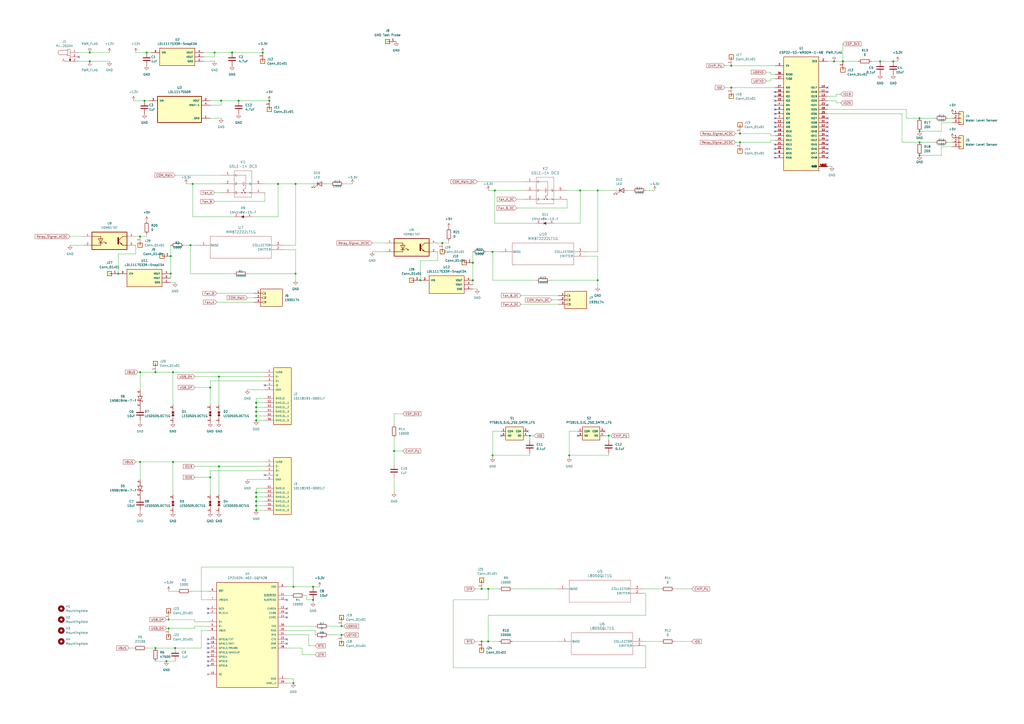
<source format=kicad_sch>
(kicad_sch (version 20230121) (generator eeschema)
  (paper "A2")
  (junction (at 198.12 368.3))
  (junction (at 483.87 35.56))
  (junction (at 274.32 162.56))
  (junction (at 128.27 58.42))
  (junction (at 533.4 82.55))
  (junction (at 171.45 158.75))
  (junction (at 533.4 68.58))
  (junction (at 97.79 359.41))
  (junction (at 279.4 341.63))
  (junction (at 279.4 372.11))
  (junction (at 96.52 383.54))
  (junction (at 171.45 106.68))
  (junction (at 336.55 110.49))
  (junction (at 346.71 162.56))
  (junction (at 285.75 264.16))
  (junction (at 97.79 364.49))
  (junction (at 170.18 396.24))
  (junction (at 90.17 215.9))
  (junction (at 283.21 341.63))
  (junction (at 353.06 252.73))
  (junction (at 148.59 241.3))
  (junction (at 148.59 236.22))
  (junction (at 198.12 363.22))
  (junction (at 134.62 30.48))
  (junction (at 429.26 82.55))
  (junction (at 283.21 372.11))
  (junction (at 148.59 288.29))
  (junction (at 307.34 252.73))
  (junction (at 152.4 30.48))
  (junction (at 510.54 35.56))
  (junction (at 101.6 375.92))
  (junction (at 170.18 340.36))
  (junction (at 81.28 137.16))
  (junction (at 81.28 267.97))
  (junction (at 148.59 238.76))
  (junction (at 85.09 30.48))
  (junction (at 83.82 58.42))
  (junction (at 518.16 35.56))
  (junction (at 138.43 58.42))
  (junction (at 99.06 158.75))
  (junction (at 100.33 267.97))
  (junction (at 228.6 261.62))
  (junction (at 488.95 35.56))
  (junction (at 111.76 106.68))
  (junction (at 127 218.44))
  (junction (at 124.46 30.48))
  (junction (at 533.4 76.2))
  (junction (at 52.07 30.48))
  (junction (at 330.2 264.16))
  (junction (at 99.06 148.59))
  (junction (at 148.59 285.75))
  (junction (at 110.49 142.24))
  (junction (at 156.21 58.42))
  (junction (at 424.18 38.1))
  (junction (at 81.28 215.9))
  (junction (at 424.18 50.8))
  (junction (at 121.92 276.86))
  (junction (at 148.59 293.37))
  (junction (at 274.32 152.4))
  (junction (at 148.59 295.91))
  (junction (at 68.58 158.75))
  (junction (at 533.4 90.17))
  (junction (at 181.61 340.36))
  (junction (at 243.84 162.56))
  (junction (at 346.71 110.49))
  (junction (at 148.59 290.83))
  (junction (at 100.33 215.9))
  (junction (at 121.92 224.79))
  (junction (at 148.59 243.84))
  (junction (at 285.75 146.05))
  (junction (at 256.54 140.97))
  (junction (at 161.29 106.68))
  (junction (at 90.17 375.92))
  (junction (at 52.07 35.56))
  (junction (at 181.61 347.98))
  (junction (at 148.59 233.68))
  (junction (at 429.26 77.47))
  (junction (at 287.02 110.49))
  (junction (at 127 270.51))
  (no_connect (at 449.58 55.88))
  (no_connect (at 153.67 275.59))
  (no_connect (at 480.06 50.8))
  (no_connect (at 480.06 91.44))
  (no_connect (at 166.37 370.84))
  (no_connect (at 480.06 76.2))
  (no_connect (at 449.58 71.12))
  (no_connect (at 449.58 91.44))
  (no_connect (at 449.58 58.42))
  (no_connect (at 449.58 83.82))
  (no_connect (at 480.06 73.66))
  (no_connect (at 45.72 33.02))
  (no_connect (at 449.58 68.58))
  (no_connect (at 166.37 373.38))
  (no_connect (at 449.58 73.66))
  (no_connect (at 449.58 63.5))
  (no_connect (at 480.06 81.28))
  (no_connect (at 480.06 53.34))
  (no_connect (at 120.65 386.08))
  (no_connect (at 480.06 60.96))
  (no_connect (at 335.28 252.73))
  (no_connect (at 449.58 76.2))
  (no_connect (at 120.65 383.54))
  (no_connect (at 166.37 358.14))
  (no_connect (at 120.65 370.84))
  (no_connect (at 480.06 78.74))
  (no_connect (at 120.65 381))
  (no_connect (at 480.06 68.58))
  (no_connect (at 120.65 378.46))
  (no_connect (at 166.37 355.6))
  (no_connect (at 480.06 88.9))
  (no_connect (at 449.58 88.9))
  (no_connect (at 306.07 250.19))
  (no_connect (at 449.58 86.36))
  (no_connect (at 166.37 353.06))
  (no_connect (at 120.65 355.6))
  (no_connect (at 480.06 71.12))
  (no_connect (at 449.58 53.34))
  (no_connect (at 449.58 60.96))
  (no_connect (at 480.06 86.36))
  (no_connect (at 480.06 83.82))
  (no_connect (at 166.37 347.98))
  (no_connect (at 120.65 375.92))
  (no_connect (at 290.83 252.73))
  (no_connect (at 120.65 373.38))
  (no_connect (at 350.52 250.19))
  (no_connect (at 153.67 223.52))
  (no_connect (at 449.58 66.04))
  (no_connect (at 120.65 353.06))
  (wire (pts (xy 346.71 148.59) (xy 346.71 162.56)))
  (wire (pts (xy 336.55 129.54) (xy 336.55 110.49)))
  (wire (pts (xy 118.11 30.48) (xy 124.46 30.48)))
  (wire (pts (xy 285.75 264.16) (xy 307.34 264.16)))
  (wire (pts (xy 148.59 290.83) (xy 153.67 290.83)))
  (wire (pts (xy 78.74 142.24) (xy 78.74 147.32)))
  (wire (pts (xy 81.28 215.9) (xy 90.17 215.9)))
  (wire (pts (xy 170.18 393.7) (xy 170.18 396.24)))
  (wire (pts (xy 198.12 363.22) (xy 199.39 363.22)))
  (wire (pts (xy 171.45 142.24) (xy 165.1 142.24)))
  (wire (pts (xy 228.6 276.86) (xy 228.6 285.75)))
  (wire (pts (xy 85.09 30.48) (xy 87.63 30.48)))
  (wire (pts (xy 287.02 129.54) (xy 287.02 110.49)))
  (wire (pts (xy 429.26 82.55) (xy 447.04 82.55)))
  (wire (pts (xy 297.18 372.11) (xy 323.85 372.11)))
  (wire (pts (xy 148.59 236.22) (xy 148.59 238.76)))
  (wire (pts (xy 307.34 252.73) (xy 309.88 252.73)))
  (wire (pts (xy 128.27 60.96) (xy 128.27 58.42)))
  (wire (pts (xy 424.18 50.8) (xy 449.58 50.8)))
  (wire (pts (xy 279.4 372.11) (xy 283.21 372.11)))
  (wire (pts (xy 78.74 30.48) (xy 85.09 30.48)))
  (wire (pts (xy 175.26 375.92) (xy 175.26 379.73)))
  (wire (pts (xy 45.72 35.56) (xy 52.07 35.56)))
  (wire (pts (xy 124.46 30.48) (xy 134.62 30.48)))
  (wire (pts (xy 228.6 261.62) (xy 228.6 269.24)))
  (wire (pts (xy 346.71 162.56) (xy 346.71 166.37)))
  (wire (pts (xy 287.02 110.49) (xy 303.53 110.49)))
  (wire (pts (xy 148.59 233.68) (xy 148.59 236.22)))
  (wire (pts (xy 276.86 105.41) (xy 303.53 105.41)))
  (wire (pts (xy 480.06 58.42) (xy 485.14 58.42)))
  (wire (pts (xy 148.59 236.22) (xy 153.67 236.22)))
  (wire (pts (xy 353.06 252.73) (xy 354.33 252.73)))
  (wire (pts (xy 148.59 241.3) (xy 148.59 243.84)))
  (wire (pts (xy 148.59 231.14) (xy 148.59 233.68)))
  (wire (pts (xy 100.33 215.9) (xy 153.67 215.9)))
  (wire (pts (xy 520.7 35.56) (xy 518.16 35.56)))
  (wire (pts (xy 45.72 30.48) (xy 52.07 30.48)))
  (wire (pts (xy 228.6 261.62) (xy 233.68 261.62)))
  (wire (pts (xy 113.03 364.49) (xy 113.03 363.22)))
  (wire (pts (xy 444.5 41.91) (xy 447.04 41.91)))
  (wire (pts (xy 166.37 365.76) (xy 182.88 365.76)))
  (wire (pts (xy 330.2 250.19) (xy 330.2 264.16)))
  (wire (pts (xy 146.05 125.73) (xy 161.29 125.73)))
  (wire (pts (xy 113.03 270.51) (xy 127 270.51)))
  (wire (pts (xy 374.65 110.49) (xy 379.73 110.49)))
  (wire (pts (xy 485.14 55.88) (xy 485.14 54.61)))
  (wire (pts (xy 121.92 276.86) (xy 121.92 273.05)))
  (wire (pts (xy 346.71 146.05) (xy 340.36 146.05)))
  (wire (pts (xy 148.59 288.29) (xy 148.59 290.83)))
  (wire (pts (xy 336.55 110.49) (xy 346.71 110.49)))
  (wire (pts (xy 374.65 374.65) (xy 374.65 387.35)))
  (wire (pts (xy 113.03 218.44) (xy 127 218.44)))
  (wire (pts (xy 121.92 68.58) (xy 128.27 68.58)))
  (wire (pts (xy 148.59 290.83) (xy 148.59 293.37)))
  (wire (pts (xy 254 151.13) (xy 243.84 151.13)))
  (wire (pts (xy 353.06 262.89) (xy 353.06 264.16)))
  (wire (pts (xy 121.92 276.86) (xy 121.92 287.02)))
  (wire (pts (xy 121.92 220.98) (xy 153.67 220.98)))
  (wire (pts (xy 143.51 172.72) (xy 147.32 172.72)))
  (wire (pts (xy 549.91 82.55) (xy 552.45 82.55)))
  (wire (pts (xy 525.78 68.58) (xy 533.4 68.58)))
  (wire (pts (xy 124.46 111.76) (xy 128.27 111.76)))
  (wire (pts (xy 124.46 116.84) (xy 153.67 116.84)))
  (wire (pts (xy 373.38 341.63) (xy 383.54 341.63)))
  (wire (pts (xy 518.16 35.56) (xy 510.54 35.56)))
  (wire (pts (xy 374.65 387.35) (xy 262.89 387.35)))
  (wire (pts (xy 40.64 142.24) (xy 48.26 142.24)))
  (wire (pts (xy 546.1 90.17) (xy 533.4 90.17)))
  (wire (pts (xy 447.04 77.47) (xy 447.04 78.74)))
  (wire (pts (xy 113.03 224.79) (xy 121.92 224.79)))
  (wire (pts (xy 546.1 85.09) (xy 546.1 90.17)))
  (wire (pts (xy 81.28 267.97) (xy 81.28 278.13)))
  (wire (pts (xy 281.94 146.05) (xy 285.75 146.05)))
  (wire (pts (xy 148.59 233.68) (xy 153.67 233.68)))
  (wire (pts (xy 480.06 55.88) (xy 485.14 55.88)))
  (wire (pts (xy 311.15 162.56) (xy 285.75 162.56)))
  (wire (pts (xy 110.49 342.9) (xy 120.65 342.9)))
  (wire (pts (xy 118.11 33.02) (xy 124.46 33.02)))
  (wire (pts (xy 262.89 347.98) (xy 283.21 347.98)))
  (wire (pts (xy 166.37 393.7) (xy 170.18 393.7)))
  (wire (pts (xy 99.06 148.59) (xy 99.06 158.75)))
  (wire (pts (xy 138.43 58.42) (xy 156.21 58.42)))
  (wire (pts (xy 165.1 144.78) (xy 171.45 144.78)))
  (wire (pts (xy 128.27 58.42) (xy 138.43 58.42)))
  (wire (pts (xy 176.53 345.44) (xy 177.8 345.44)))
  (wire (pts (xy 116.84 347.98) (xy 116.84 328.93)))
  (wire (pts (xy 321.31 129.54) (xy 336.55 129.54)))
  (wire (pts (xy 116.84 375.92) (xy 101.6 375.92)))
  (wire (pts (xy 171.45 158.75) (xy 171.45 162.56)))
  (wire (pts (xy 549.91 68.58) (xy 552.45 68.58)))
  (wire (pts (xy 52.07 35.56) (xy 63.5 35.56)))
  (wire (pts (xy 483.87 35.56) (xy 488.95 35.56)))
  (wire (pts (xy 90.17 383.54) (xy 96.52 383.54)))
  (wire (pts (xy 171.45 106.68) (xy 171.45 142.24)))
  (wire (pts (xy 198.12 368.3) (xy 199.39 368.3)))
  (wire (pts (xy 373.38 344.17) (xy 374.65 344.17)))
  (wire (pts (xy 85.09 135.89) (xy 85.09 137.16)))
  (wire (pts (xy 99.06 142.24) (xy 99.06 148.59)))
  (wire (pts (xy 179.07 368.3) (xy 179.07 374.65)))
  (wire (pts (xy 335.28 250.19) (xy 330.2 250.19)))
  (wire (pts (xy 78.74 137.16) (xy 81.28 137.16)))
  (wire (pts (xy 127 270.51) (xy 127 287.02)))
  (wire (pts (xy 346.71 110.49) (xy 346.71 146.05)))
  (wire (pts (xy 485.14 58.42) (xy 485.14 59.69)))
  (wire (pts (xy 283.21 372.11) (xy 289.56 372.11)))
  (wire (pts (xy 274.32 162.56) (xy 274.32 165.1)))
  (wire (pts (xy 256.54 140.97) (xy 260.35 140.97)))
  (wire (pts (xy 166.37 345.44) (xy 168.91 345.44)))
  (wire (pts (xy 148.59 295.91) (xy 153.67 295.91)))
  (wire (pts (xy 81.28 137.16) (xy 85.09 137.16)))
  (wire (pts (xy 447.04 78.74) (xy 449.58 78.74)))
  (wire (pts (xy 285.75 146.05) (xy 289.56 146.05)))
  (wire (pts (xy 215.9 146.05) (xy 223.52 146.05)))
  (wire (pts (xy 116.84 365.76) (xy 116.84 375.92)))
  (wire (pts (xy 110.49 158.75) (xy 110.49 142.24)))
  (wire (pts (xy 299.72 120.65) (xy 328.93 120.65)))
  (wire (pts (xy 100.33 267.97) (xy 100.33 287.02)))
  (wire (pts (xy 525.78 63.5) (xy 525.78 68.58)))
  (wire (pts (xy 148.59 285.75) (xy 148.59 288.29)))
  (wire (pts (xy 505.46 35.56) (xy 510.54 35.56)))
  (wire (pts (xy 330.2 264.16) (xy 330.2 265.43)))
  (wire (pts (xy 166.37 396.24) (xy 170.18 396.24)))
  (wire (pts (xy 77.47 58.42) (xy 83.82 58.42)))
  (wire (pts (xy 485.14 59.69) (xy 487.68 59.69)))
  (wire (pts (xy 113.03 276.86) (xy 121.92 276.86)))
  (wire (pts (xy 546.1 76.2) (xy 533.4 76.2)))
  (wire (pts (xy 444.5 46.99) (xy 447.04 46.99)))
  (wire (pts (xy 260.35 140.97) (xy 260.35 139.7)))
  (wire (pts (xy 143.51 278.13) (xy 153.67 278.13)))
  (wire (pts (xy 121.92 60.96) (xy 128.27 60.96)))
  (wire (pts (xy 533.4 82.55) (xy 542.29 82.55)))
  (wire (pts (xy 283.21 347.98) (xy 283.21 341.63)))
  (wire (pts (xy 81.28 267.97) (xy 100.33 267.97)))
  (wire (pts (xy 297.18 341.63) (xy 322.58 341.63)))
  (wire (pts (xy 350.52 252.73) (xy 353.06 252.73)))
  (wire (pts (xy 121.92 273.05) (xy 153.67 273.05)))
  (wire (pts (xy 285.75 250.19) (xy 285.75 264.16)))
  (wire (pts (xy 90.17 375.92) (xy 101.6 375.92)))
  (wire (pts (xy 116.84 328.93) (xy 170.18 328.93)))
  (wire (pts (xy 81.28 215.9) (xy 81.28 226.06)))
  (wire (pts (xy 127 218.44) (xy 153.67 218.44)))
  (wire (pts (xy 488.95 35.56) (xy 497.84 35.56)))
  (wire (pts (xy 254 146.05) (xy 254 151.13)))
  (wire (pts (xy 523.24 66.04) (xy 523.24 82.55)))
  (wire (pts (xy 285.75 162.56) (xy 285.75 146.05)))
  (wire (pts (xy 118.11 35.56) (xy 124.46 35.56)))
  (wire (pts (xy 181.61 349.25) (xy 181.61 347.98)))
  (wire (pts (xy 52.07 30.48) (xy 63.5 30.48)))
  (wire (pts (xy 148.59 293.37) (xy 153.67 293.37)))
  (wire (pts (xy 177.8 345.44) (xy 177.8 347.98)))
  (wire (pts (xy 283.21 110.49) (xy 287.02 110.49)))
  (wire (pts (xy 153.67 106.68) (xy 161.29 106.68)))
  (wire (pts (xy 426.72 82.55) (xy 429.26 82.55)))
  (wire (pts (xy 275.59 341.63) (xy 279.4 341.63)))
  (wire (pts (xy 318.77 162.56) (xy 346.71 162.56)))
  (wire (pts (xy 182.88 365.76) (xy 182.88 368.3)))
  (wire (pts (xy 374.65 356.87) (xy 283.21 356.87)))
  (wire (pts (xy 121.92 224.79) (xy 121.92 220.98)))
  (wire (pts (xy 177.8 347.98) (xy 181.61 347.98)))
  (wire (pts (xy 148.59 288.29) (xy 153.67 288.29)))
  (wire (pts (xy 124.46 33.02) (xy 124.46 30.48)))
  (wire (pts (xy 153.67 283.21) (xy 148.59 283.21)))
  (wire (pts (xy 285.75 264.16) (xy 285.75 265.43)))
  (wire (pts (xy 447.04 82.55) (xy 447.04 81.28)))
  (wire (pts (xy 447.04 43.18) (xy 449.58 43.18)))
  (wire (pts (xy 190.5 368.3) (xy 198.12 368.3)))
  (wire (pts (xy 125.73 170.18) (xy 147.32 170.18)))
  (wire (pts (xy 364.49 110.49) (xy 367.03 110.49)))
  (wire (pts (xy 101.6 101.6) (xy 128.27 101.6)))
  (wire (pts (xy 127 270.51) (xy 153.67 270.51)))
  (wire (pts (xy 283.21 356.87) (xy 283.21 372.11)))
  (wire (pts (xy 480.06 35.56) (xy 483.87 35.56)))
  (wire (pts (xy 113.03 360.68) (xy 120.65 360.68)))
  (wire (pts (xy 40.64 137.16) (xy 48.26 137.16)))
  (wire (pts (xy 113.03 359.41) (xy 113.03 360.68)))
  (wire (pts (xy 353.06 264.16) (xy 330.2 264.16)))
  (wire (pts (xy 181.61 340.36) (xy 185.42 340.36)))
  (wire (pts (xy 429.26 77.47) (xy 447.04 77.47)))
  (wire (pts (xy 374.65 344.17) (xy 374.65 356.87)))
  (wire (pts (xy 134.62 30.48) (xy 152.4 30.48)))
  (wire (pts (xy 111.76 106.68) (xy 128.27 106.68)))
  (wire (pts (xy 480.06 66.04) (xy 523.24 66.04)))
  (wire (pts (xy 233.68 240.03) (xy 228.6 240.03)))
  (wire (pts (xy 353.06 252.73) (xy 353.06 255.27)))
  (wire (pts (xy 68.58 147.32) (xy 68.58 158.75)))
  (wire (pts (xy 306.07 252.73) (xy 307.34 252.73)))
  (wire (pts (xy 148.59 238.76) (xy 148.59 241.3)))
  (wire (pts (xy 148.59 293.37) (xy 148.59 295.91)))
  (wire (pts (xy 189.23 106.68) (xy 191.77 106.68)))
  (wire (pts (xy 80.01 215.9) (xy 81.28 215.9)))
  (wire (pts (xy 290.83 250.19) (xy 285.75 250.19)))
  (wire (pts (xy 161.29 125.73) (xy 161.29 106.68)))
  (wire (pts (xy 228.6 254) (xy 228.6 261.62)))
  (wire (pts (xy 274.32 146.05) (xy 274.32 152.4)))
  (wire (pts (xy 420.37 38.1) (xy 424.18 38.1)))
  (wire (pts (xy 143.51 226.06) (xy 153.67 226.06)))
  (wire (pts (xy 83.82 58.42) (xy 86.36 58.42)))
  (wire (pts (xy 153.67 111.76) (xy 153.67 116.84)))
  (wire (pts (xy 346.71 110.49) (xy 356.87 110.49)))
  (wire (pts (xy 279.4 341.63) (xy 283.21 341.63)))
  (wire (pts (xy 99.06 163.83) (xy 101.6 163.83)))
  (wire (pts (xy 148.59 283.21) (xy 148.59 285.75)))
  (wire (pts (xy 447.04 45.72) (xy 449.58 45.72)))
  (wire (pts (xy 113.03 363.22) (xy 120.65 363.22)))
  (wire (pts (xy 96.52 359.41) (xy 97.79 359.41)))
  (wire (pts (xy 148.59 285.75) (xy 153.67 285.75)))
  (wire (pts (xy 391.16 372.11) (xy 401.32 372.11)))
  (wire (pts (xy 287.02 129.54) (xy 311.15 129.54)))
  (wire (pts (xy 121.92 58.42) (xy 128.27 58.42)))
  (wire (pts (xy 148.59 238.76) (xy 153.67 238.76)))
  (wire (pts (xy 135.89 158.75) (xy 110.49 158.75)))
  (wire (pts (xy 111.76 125.73) (xy 135.89 125.73)))
  (wire (pts (xy 99.06 158.75) (xy 99.06 161.29)))
  (wire (pts (xy 320.04 173.99) (xy 323.85 173.99)))
  (wire (pts (xy 125.73 175.26) (xy 147.32 175.26)))
  (wire (pts (xy 302.26 176.53) (xy 323.85 176.53)))
  (wire (pts (xy 148.59 241.3) (xy 153.67 241.3)))
  (wire (pts (xy 447.04 41.91) (xy 447.04 43.18)))
  (wire (pts (xy 190.5 363.22) (xy 198.12 363.22)))
  (wire (pts (xy 170.18 340.36) (xy 181.61 340.36)))
  (wire (pts (xy 546.1 71.12) (xy 546.1 76.2)))
  (wire (pts (xy 488.95 25.4) (xy 488.95 35.56)))
  (wire (pts (xy 78.74 147.32) (xy 68.58 147.32)))
  (wire (pts (xy 166.37 368.3) (xy 179.07 368.3)))
  (wire (pts (xy 153.67 231.14) (xy 148.59 231.14)))
  (wire (pts (xy 485.14 54.61) (xy 487.68 54.61)))
  (wire (pts (xy 275.59 372.11) (xy 279.4 372.11)))
  (wire (pts (xy 166.37 375.92) (xy 175.26 375.92)))
  (wire (pts (xy 97.79 342.9) (xy 102.87 342.9)))
  (wire (pts (xy 307.34 262.89) (xy 307.34 264.16)))
  (wire (pts (xy 523.24 82.55) (xy 533.4 82.55)))
  (wire (pts (xy 111.76 125.73) (xy 111.76 106.68)))
  (wire (pts (xy 424.18 38.1) (xy 449.58 38.1)))
  (wire (pts (xy 546.1 85.09) (xy 552.45 85.09)))
  (wire (pts (xy 106.68 142.24) (xy 110.49 142.24)))
  (wire (pts (xy 480.06 63.5) (xy 525.78 63.5)))
  (wire (pts (xy 175.26 379.73) (xy 182.88 379.73)))
  (wire (pts (xy 254 140.97) (xy 256.54 140.97)))
  (wire (pts (xy 148.59 243.84) (xy 153.67 243.84)))
  (wire (pts (xy 143.51 158.75) (xy 171.45 158.75)))
  (wire (pts (xy 171.45 144.78) (xy 171.45 158.75)))
  (wire (pts (xy 166.37 340.36) (xy 170.18 340.36)))
  (wire (pts (xy 107.95 106.68) (xy 111.76 106.68)))
  (wire (pts (xy 340.36 148.59) (xy 346.71 148.59)))
  (wire (pts (xy 166.37 363.22) (xy 182.88 363.22)))
  (wire (pts (xy 96.52 364.49) (xy 97.79 364.49)))
  (wire (pts (xy 299.72 115.57) (xy 303.53 115.57)))
  (wire (pts (xy 391.16 341.63) (xy 401.32 341.63)))
  (wire (pts (xy 328.93 110.49) (xy 336.55 110.49)))
  (wire (pts (xy 85.09 375.92) (xy 90.17 375.92)))
  (wire (pts (xy 199.39 106.68) (xy 204.47 106.68)))
  (wire (pts (xy 170.18 328.93) (xy 170.18 340.36)))
  (wire (pts (xy 78.74 267.97) (xy 81.28 267.97)))
  (wire (pts (xy 447.04 81.28) (xy 449.58 81.28)))
  (wire (pts (xy 90.17 215.9) (xy 100.33 215.9)))
  (wire (pts (xy 96.52 383.54) (xy 101.6 383.54)))
  (wire (pts (xy 228.6 240.03) (xy 228.6 246.38)))
  (wire (pts (xy 482.6 96.52) (xy 480.06 96.52)))
  (wire (pts (xy 161.29 106.68) (xy 171.45 106.68)))
  (wire (pts (xy 328.93 115.57) (xy 328.93 120.65)))
  (wire (pts (xy 274.32 167.64) (xy 276.86 167.64)))
  (wire (pts (xy 179.07 374.65) (xy 182.88 374.65)))
  (wire (pts (xy 426.72 77.47) (xy 429.26 77.47)))
  (wire (pts (xy 447.04 46.99) (xy 447.04 45.72)))
  (wire (pts (xy 262.89 387.35) (xy 262.89 347.98)))
  (wire (pts (xy 100.33 215.9) (xy 100.33 234.95)))
  (wire (pts (xy 97.79 364.49) (xy 113.03 364.49)))
  (wire (pts (xy 283.21 341.63) (xy 289.56 341.63)))
  (wire (pts (xy 533.4 68.58) (xy 542.29 68.58)))
  (wire (pts (xy 374.65 372.11) (xy 383.54 372.11)))
  (wire (pts (xy 127 218.44) (xy 127 234.95)))
  (wire (pts (xy 420.37 50.8) (xy 424.18 50.8)))
  (wire (pts (xy 100.33 267.97) (xy 153.67 267.97)))
  (wire (pts (xy 121.92 224.79) (xy 121.92 234.95)))
  (wire (pts (xy 302.26 171.45) (xy 323.85 171.45)))
  (wire (pts (xy 81.28 243.84) (xy 81.28 245.11)))
  (wire (pts (xy 74.93 375.92) (xy 77.47 375.92)))
  (wire (pts (xy 307.34 252.73) (xy 307.34 255.27)))
  (wire (pts (xy 110.49 142.24) (xy 114.3 142.24)))
  (wire (pts (xy 274.32 152.4) (xy 274.32 162.56)))
  (wire (pts (xy 81.28 295.91) (xy 81.28 297.18)))
  (wire (pts (xy 120.65 365.76) (xy 116.84 365.76)))
  (wire (pts (xy 97.79 359.41) (xy 113.03 359.41)))
  (wire (pts (xy 171.45 106.68) (xy 181.61 106.68)))
  (wire (pts (xy 243.84 151.13) (xy 243.84 162.56)))
  (wire (pts (xy 546.1 71.12) (xy 552.45 71.12)))
  (wire (pts (xy 215.9 140.97) (xy 223.52 140.97)))
  (wire (pts (xy 120.65 347.98) (xy 116.84 347.98)))
  (global_label "COM_Main" (shape input) (at 101.6 101.6 180) (property "Intersheetrefs" "${INTERSHEET_REFS}" (effects hide)))
  (global_label "U0RXD" (shape input) (at 444.5 41.91 180) (property "Intersheetrefs" "${INTERSHEET_REFS}" (effects hide)))
  (global_label "Fan_B" (shape input) (at 125.73 170.18 180) (property "Intersheetrefs" "${INTERSHEET_REFS}" (effects hide)))
  (global_label "Relay_Signal_ACDC" (shape input) (at 426.72 77.47 180) (property "Intersheetrefs" "${INTERSHEET_REFS}" (effects hide)))
  (global_label "Relay_Signal_DCDC" (shape input) (at 215.9 140.97 180) (property "Intersheetrefs" "${INTERSHEET_REFS}" (effects hide)))
  (global_label "VBUS" (shape input) (at 78.74 267.97 180) (property "Intersheetrefs" "${INTERSHEET_REFS}" (effects hide)))
  (global_label "IO0" (shape input) (at 309.88 252.73 0) (property "Intersheetrefs" "${INTERSHEET_REFS}" (effects hide)))
  (global_label "Fan_A" (shape input) (at 125.73 175.26 180) (property "Intersheetrefs" "${INTERSHEET_REFS}" (effects hide)))
  (global_label "U0RXD" (shape input) (at 199.39 363.22 0) (property "Intersheetrefs" "${INTERSHEET_REFS}" (effects hide)))
  (global_label "Fan_B" (shape input) (at 124.46 116.84 180) (property "Intersheetrefs" "${INTERSHEET_REFS}" (effects hide)))
  (global_label "Fan_B_DC" (shape input) (at 299.72 120.65 180) (property "Intersheetrefs" "${INTERSHEET_REFS}" (effects hide)))
  (global_label "U0TXD" (shape input) (at 199.39 368.3 0) (property "Intersheetrefs" "${INTERSHEET_REFS}" (effects hide)))
  (global_label "CHIP_PU" (shape input) (at 401.32 341.63 0) (property "Intersheetrefs" "${INTERSHEET_REFS}" (effects hide)))
  (global_label "Fan_A_DC" (shape input) (at 299.72 115.57 180) (property "Intersheetrefs" "${INTERSHEET_REFS}" (effects hide)))
  (global_label "ESP_3V3" (shape input) (at 488.95 25.4 0) (property "Intersheetrefs" "${INTERSHEET_REFS}" (effects hide)))
  (global_label "COM_Main_DC" (shape input) (at 276.86 105.41 180) (property "Intersheetrefs" "${INTERSHEET_REFS}" (effects hide)))
  (global_label "CHIP_PU" (shape input) (at 420.37 38.1 180) (property "Intersheetrefs" "${INTERSHEET_REFS}" (effects hide)))
  (global_label "DTR" (shape input) (at 275.59 341.63 180) (property "Intersheetrefs" "${INTERSHEET_REFS}" (effects hide)))
  (global_label "IO19" (shape input) (at 487.68 54.61 0) (property "Intersheetrefs" "${INTERSHEET_REFS}" (effects hide)))
  (global_label "RTS" (shape input) (at 275.59 372.11 180) (property "Intersheetrefs" "${INTERSHEET_REFS}" (effects hide)))
  (global_label "IO0" (shape input) (at 420.37 50.8 180) (property "Intersheetrefs" "${INTERSHEET_REFS}" (effects hide)))
  (global_label "CHIP_PU" (shape input) (at 233.68 261.62 0) (property "Intersheetrefs" "${INTERSHEET_REFS}" (effects hide)))
  (global_label "COM_Main_DC" (shape input) (at 320.04 173.99 180) (property "Intersheetrefs" "${INTERSHEET_REFS}" (effects hide)))
  (global_label "Fan_A" (shape input) (at 124.46 111.76 180) (property "Intersheetrefs" "${INTERSHEET_REFS}" (effects hide)))
  (global_label "IO20" (shape input) (at 113.03 276.86 180) (property "Intersheetrefs" "${INTERSHEET_REFS}" (effects hide)))
  (global_label "Fan_B_DC" (shape input) (at 302.26 171.45 180) (property "Intersheetrefs" "${INTERSHEET_REFS}" (effects hide)))
  (global_label "USB_DP" (shape input) (at 113.03 224.79 180) (property "Intersheetrefs" "${INTERSHEET_REFS}" (effects hide)))
  (global_label "VBUS" (shape input) (at 80.01 215.9 180) (property "Intersheetrefs" "${INTERSHEET_REFS}" (effects hide)))
  (global_label "U0TXD" (shape input) (at 444.5 46.99 180) (property "Intersheetrefs" "${INTERSHEET_REFS}" (effects hide)))
  (global_label "VBUS" (shape input) (at 74.93 375.92 180) (property "Intersheetrefs" "${INTERSHEET_REFS}" (effects hide)))
  (global_label "USB_DN" (shape input) (at 96.52 364.49 180) (property "Intersheetrefs" "${INTERSHEET_REFS}" (effects hide)))
  (global_label "RTS" (shape input) (at 182.88 374.65 0) (property "Intersheetrefs" "${INTERSHEET_REFS}" (effects hide)))
  (global_label "IO20" (shape input) (at 487.68 59.69 0) (property "Intersheetrefs" "${INTERSHEET_REFS}" (effects hide)))
  (global_label "CHIP_PU" (shape input) (at 354.33 252.73 0) (property "Intersheetrefs" "${INTERSHEET_REFS}" (effects hide)))
  (global_label "ESP_3V3" (shape input) (at 233.68 240.03 0) (property "Intersheetrefs" "${INTERSHEET_REFS}" (effects hide)))
  (global_label "Relay_Signal_DCDC" (shape input) (at 426.72 82.55 180) (property "Intersheetrefs" "${INTERSHEET_REFS}" (effects hide)))
  (global_label "USB_DN" (shape input) (at 113.03 218.44 180) (property "Intersheetrefs" "${INTERSHEET_REFS}" (effects hide)))
  (global_label "COM_Main" (shape input) (at 143.51 172.72 180) (property "Intersheetrefs" "${INTERSHEET_REFS}" (effects hide)))
  (global_label "Fan_A_DC" (shape input) (at 302.26 176.53 180) (property "Intersheetrefs" "${INTERSHEET_REFS}" (effects hide)))
  (global_label "DTR" (shape input) (at 182.88 379.73 0) (property "Intersheetrefs" "${INTERSHEET_REFS}" (effects hide)))
  (global_label "Relay_Signal_ACDC" (shape input) (at 40.64 137.16 180) (property "Intersheetrefs" "${INTERSHEET_REFS}" (effects hide)))
  (global_label "USB_DP" (shape input) (at 96.52 359.41 180) (property "Intersheetrefs" "${INTERSHEET_REFS}" (effects hide)))
  (global_label "IO19" (shape input) (at 113.03 270.51 180) (property "Intersheetrefs" "${INTERSHEET_REFS}" (effects hide)))
  (global_label "IO0" (shape input) (at 401.32 372.11 0) (property "Intersheetrefs" "${INTERSHEET_REFS}" (effects hide)))
  (symbol (lib_id "Device:R") (at 314.96 162.56 90) (unit 1)
    (property "Reference" "R23" (at 314.96 161.29 90))
    (property "Value" "10000" (at 314.96 163.83 90))
    (property "Footprint" "Resistor_SMD:R_0805_2012Metric_Pad1.20x1.40mm_HandSolder" (effects hide))
  )
  (symbol (lib_id "power:GND") (at 83.82 66.04 0) (unit 1)
    (property "Reference" "#PWR08" (effects hide))
    (property "Value" "GND" (at 83.82 71.12 0))
  )
  (symbol (lib_id "ECE445:LESD5D5.0CT1G") (at 127 292.1 90) (unit 1)
    (property "Reference" "D4" (at 129.54 290.83 90) (effects (justify right)))
    (property "Value" "LESD5D5.0CT1G" (at 129.54 293.37 90) (effects (justify right)))
    (property "Footprint" "ECE445:LESD5D5_0CT1G" (effects hide))
    (property "MF" "Leshan Radio Co." (effects hide))
    (property "MAXIMUM_PACKAGE_HEIGHT" "0.7 mm" (effects hide))
    (property "Package" "None" (effects hide))
    (property "Price" "None" (effects hide))
    (property "Check_prices" "https://www.snapeda.com/parts/LESD5D5.0CT1G/Leshan+Radio+Co./view-part/?ref=eda" (effects hide))
    (property "STANDARD" "Manufacturer Recommendations" (effects hide))
    (property "PARTREV" "O" (effects hide))
    (property "SnapEDA_Link" "https://www.snapeda.com/parts/LESD5D5.0CT1G/Leshan+Radio+Co./view-part/?ref=snap" (effects hide))
    (property "MP" "LESD5D5.0CT1G" (effects hide))
    (property "Description" "\nTransient Voltage Suppressors for ESD Protection\n" (effects hide))
    (property "Availability" "Not in stock" (effects hide))
    (property "MANUFACTURER" "LRC" (effects hide))
  )
  (symbol (lib_id "power:GND") (at 510.54 43.18 0) (mirror y) (unit 1)
    (property "Reference" "#PWR014" (effects hide))
    (property "Value" "GND" (at 510.54 48.26 0))
  )
  (symbol (lib_id "Device:R") (at 85.09 132.08 0) (unit 1)
    (property "Reference" "R20" (at 87.63 130.81 0) (effects (justify left)))
    (property "Value" "0" (at 87.63 133.35 0) (effects (justify left)))
    (property "Footprint" "Resistor_SMD:R_0805_2012Metric_Pad1.20x1.40mm_HandSolder" (effects hide))
  )
  (symbol (lib_id "Mechanical:MountingHole") (at 35.56 372.11 0) (unit 1)
    (property "Reference" "H4" (at 38.1 370.84 0) (effects (justify left)))
    (property "Value" "MountingHole" (at 38.1 373.38 0) (effects (justify left)))
    (property "Footprint" "MountingHole:MountingHole_3.2mm_M3" (effects hide))
  )
  (symbol (lib_id "Device:R") (at 195.58 106.68 90) (unit 1)
    (property "Reference" "R19" (at 195.58 105.41 90))
    (property "Value" "1000" (at 195.58 107.95 90))
    (property "Footprint" "Resistor_SMD:R_0805_2012Metric_Pad1.20x1.40mm_HandSolder" (effects hide))
  )
  (symbol (lib_id "Device:R") (at 546.1 82.55 90) (unit 1)
    (property "Reference" "R16" (at 546.1 81.28 90))
    (property "Value" "100" (at 546.1 83.82 90))
    (property "Footprint" "Resistor_SMD:R_0805_2012Metric_Pad1.20x1.40mm_HandSolder" (effects hide))
  )
  (symbol (lib_id "Device:R") (at 186.69 368.3 90) (unit 1)
    (property "Reference" "R8" (at 186.69 367.03 90))
    (property "Value" "0" (at 186.69 369.57 90))
    (property "Footprint" "Resistor_SMD:R_0805_2012Metric_Pad1.20x1.40mm_HandSolder" (effects hide))
  )
  (symbol (lib_id "ECE445:LDL1117S33R-SnapEDA") (at 83.82 161.29 0) (unit 1)
    (property "Reference" "U11" (at 83.82 151.13 0))
    (property "Value" "LDL1117S33R-SnapEDA" (at 83.82 153.67 0))
    (property "Footprint" "ECE445:LDL1117S33R-SnapEDA" (effects hide))
    (property "DigiKey_Part_Number" "497-17239-2-ND" (effects hide))
    (property "MF" "STMicroelectronics" (effects hide))
    (property "MAXIMUM_PACKAGE_HEIGHT" "1.8 mm" (effects hide))
    (property "Package" "SOT-223 STMicroelectronics" (effects hide))
    (property "Check_prices" "https://www.snapeda.com/parts/LDL1117S33R/STMicroelectronics/view-part/?ref=eda" (effects hide))
    (property "STANDARD" "IPC 7351B" (effects hide))
    (property "PARTREV" "7" (effects hide))
    (property "SnapEDA_Link" "https://www.snapeda.com/parts/LDL1117S33R/STMicroelectronics/view-part/?ref=snap" (effects hide))
    (property "MP" "LDL1117S33R" (effects hide))
    (property "Purchase-URL" "https://www.snapeda.com/api/url_track_click_mouser/?unipart_id=865632&manufacturer=STMicroelectronics&part_name=LDL1117S33R&search_term=ldl1117s33r" (effects hide))
    (property "Description" "\nLinear Voltage Regulator IC Positive Fixed 1 Output 1.2A SOT-223\n" (effects hide))
    (property "SNAPEDA_PN" "LDL1117S33R" (effects hide))
    (property "MANUFACTURER" "STMicroelectronics" (effects hide))
  )
  (symbol (lib_id "ECE445:G5LE-14_DC3") (at 303.53 105.41 0) (unit 1)
    (property "Reference" "K2" (at 316.23 97.79 0) (effects (font (size 1.524 1.524))))
    (property "Value" "G5LE-14 DC3" (at 316.23 100.33 0) (effects (font (size 1.524 1.524))))
    (property "Footprint" "ECE445:G5LE-1 DC3" (effects hide))
    (property "Datasheet" "G5LE-14 DC3" (effects hide))
  )
  (symbol (lib_id "Connector_Generic:Conn_01x03") (at 557.53 82.55 0) (unit 1)
    (property "Reference" "J5" (at 560.07 81.28 0) (effects (justify left)))
    (property "Value" "Water Level Sensor" (at 560.07 83.82 0) (effects (justify left)))
    (property "Footprint" "ECE445:1935174" (effects hide))
  )
  (symbol (lib_id "ECE445:1N4148W-13-F") (at 316.23 129.54 180) (unit 1)
    (property "Reference" "D11" (at 316.23 124.46 0))
    (property "Value" "1N4148W-13-F" (at 316.23 127 0))
    (property "Footprint" "ECE445:1N4148W-13-F" (effects hide))
    (property "PARTREV" "28-2" (effects hide))
    (property "MANUFACTURER" "Diodes" (effects hide))
    (property "STANDARD" "IPC-7351B" (effects hide))
  )
  (symbol (lib_id "Connector_Generic:Conn_01x01") (at 256.54 146.05 270) (unit 1)
    (property "Reference" "J29" (at 257.81 143.51 90) (effects (justify left)))
    (property "Value" "Conn_01x01" (at 257.81 146.05 90) (effects (justify left)))
    (property "Footprint" "Connector_PinSocket_2.54mm:PinSocket_1x01_P2.54mm_Vertical" (effects hide))
  )
  (symbol (lib_id "power:PWR_FLAG") (at 52.07 30.48 0) (unit 1)
    (property "Reference" "#FLG01" (effects hide))
    (property "Value" "PWR_FLAG" (at 52.07 25.4 0))
  )
  (symbol (lib_id "power:GND") (at 533.4 76.2 0) (unit 1)
    (property "Reference" "#PWR037" (effects hide))
    (property "Value" "GND" (at 533.4 80.01 0))
  )
  (symbol (lib_id "power:GND") (at 100.33 297.18 0) (unit 1)
    (property "Reference" "#PWR033" (effects hide))
    (property "Value" "GND" (at 100.33 302.26 0))
  )
  (symbol (lib_id "power:+5V") (at 552.45 66.04 0) (unit 1)
    (property "Reference" "#PWR034" (effects hide))
    (property "Value" "+5V" (at 552.45 60.96 0))
  )
  (symbol (lib_id "power:+3.3V") (at 107.95 106.68 0) (unit 1)
    (property "Reference" "#PWR042" (effects hide))
    (property "Value" "+3.3V" (at 107.95 102.87 0))
  )
  (symbol (lib_id "ECE445:L8050QLT1G") (at 323.85 372.11 0) (unit 1)
    (property "Reference" "U6" (at 349.25 361.95 0) (effects (font (size 1.524 1.524))))
    (property "Value" "L8050QLT1G" (at 349.25 364.49 0) (effects (font (size 1.524 1.524))))
    (property "Footprint" "ECE445:SOT-23_ONS" (effects hide))
    (property "Datasheet" "KSC3265YMTF" (effects hide))
  )
  (symbol (lib_id "Device:R") (at 293.37 341.63 90) (unit 1)
    (property "Reference" "R9" (at 293.37 335.28 90))
    (property "Value" "10000" (at 293.37 337.82 90))
    (property "Footprint" "Resistor_SMD:R_0805_2012Metric_Pad1.20x1.40mm_HandSolder" (effects hide))
  )
  (symbol (lib_id "Connector_Generic:Conn_01x03") (at 557.53 68.58 0) (unit 1)
    (property "Reference" "J4" (at 560.07 67.31 0) (effects (justify left)))
    (property "Value" "Water Level Sensor" (at 560.07 69.85 0) (effects (justify left)))
    (property "Footprint" "ECE445:1935174" (effects hide))
  )
  (symbol (lib_id "Device:R") (at 533.4 86.36 0) (unit 1)
    (property "Reference" "R18" (at 535.94 85.09 0) (effects (justify left)))
    (property "Value" "200" (at 535.94 87.63 0) (effects (justify left)))
    (property "Footprint" "Resistor_SMD:R_0805_2012Metric_Pad1.20x1.40mm_HandSolder" (effects hide))
  )
  (symbol (lib_id "power:GND") (at 121.92 297.18 0) (unit 1)
    (property "Reference" "#PWR018" (effects hide))
    (property "Value" "GND" (at 121.92 302.26 0))
  )
  (symbol (lib_id "ECE445:L8050QLT1G") (at 322.58 341.63 0) (unit 1)
    (property "Reference" "U5" (at 347.98 331.47 0) (effects (font (size 1.524 1.524))))
    (property "Value" "L8050QLT1G" (at 347.98 334.01 0) (effects (font (size 1.524 1.524))))
    (property "Footprint" "ECE445:SOT-23_ONS" (effects hide))
    (property "Datasheet" "KSC3265YMTF" (effects hide))
  )
  (symbol (lib_id "Connector_Generic:Conn_01x01") (at 279.4 336.55 90) (unit 1)
    (property "Reference" "J25" (at 276.86 330.2 90) (effects (justify right)))
    (property "Value" "Conn_01x01" (at 276.86 332.74 90) (effects (justify right)))
    (property "Footprint" "Connector_PinSocket_2.54mm:PinSocket_1x01_P2.54mm_Vertical" (effects hide))
  )
  (symbol (lib_id "ECE445:MMBT2222LT1G") (at 114.3 142.24 0) (unit 1)
    (property "Reference" "U7" (at 139.7 132.08 0) (effects (font (size 1.524 1.524))))
    (property "Value" "MMBT2222LT1G" (at 139.7 134.62 0) (effects (font (size 1.524 1.524))))
    (property "Footprint" "ECE445:MMBT2222LT1G" (effects hide))
    (property "Datasheet" "MMBT2222LT1G" (effects hide))
  )
  (symbol (lib_id "Device:R") (at 228.6 250.19 0) (unit 1)
    (property "Reference" "R14" (at 231.14 248.92 0) (effects (justify left)))
    (property "Value" "10000" (at 231.14 251.46 0) (effects (justify left)))
    (property "Footprint" "Resistor_SMD:R_0805_2012Metric_Pad1.20x1.40mm_HandSolder" (effects hide))
  )
  (symbol (lib_id "Device:C") (at 101.6 379.73 0) (unit 1)
    (property "Reference" "C9" (at 105.41 378.46 0) (effects (justify left)))
    (property "Value" "1uF" (at 105.41 381 0) (effects (justify left)))
    (property "Footprint" "Capacitor_SMD:C_0805_2012Metric_Pad1.18x1.45mm_HandSolder" (effects hide))
  )
  (symbol (lib_id "Device:LED") (at 360.68 110.49 0) (unit 1)
    (property "Reference" "D12" (at 359.0925 104.14 0))
    (property "Value" "LED" (at 359.0925 106.68 0))
    (property "Footprint" "Diode_SMD:D_0805_2012Metric_Pad1.15x1.40mm_HandSolder" (effects hide))
  )
  (symbol (lib_id "power:GND") (at 128.27 68.58 0) (unit 1)
    (property "Reference" "#PWR036" (effects hide))
    (property "Value" "GND" (at 128.27 73.66 0))
  )
  (symbol (lib_id "power:GND") (at 138.43 66.04 0) (unit 1)
    (property "Reference" "#PWR039" (effects hide))
    (property "Value" "GND" (at 138.43 71.12 0))
  )
  (symbol (lib_id "ECE445:10118193-0001LF") (at 163.83 275.59 0) (unit 1)
    (property "Reference" "J3" (at 170.18 280.67 0) (effects (justify left)))
    (property "Value" "10118193-0001LF" (at 170.18 283.21 0) (effects (justify left)))
    (property "Footprint" "ECE445:10118193-0001LF" (effects hide))
    (property "PARTREV" "E" (effects hide))
    (property "MANUFACTURER" "Amphenol FCI" (effects hide))
    (property "MAXIMUM_PACKAGE_HEIGHT" "2.55 mm" (effects hide))
    (property "STANDARD" "Manufacturer Recommendations" (effects hide))
  )
  (symbol (lib_id "Device:C") (at 134.62 34.29 0) (unit 1)
    (property "Reference" "C2" (at 138.43 33.02 0) (effects (justify left)))
    (property "Value" "4.7uF" (at 138.43 35.56 0) (effects (justify left)))
    (property "Footprint" "Capacitor_SMD:C_0805_2012Metric_Pad1.18x1.45mm_HandSolder" (effects hide))
  )
  (symbol (lib_id "power:GND") (at 229.87 24.13 0) (unit 1)
    (property "Reference" "#PWR051" (effects hide))
    (property "Value" "GND" (at 229.87 29.21 0))
  )
  (symbol (lib_id "ECE445:1N5819HW-7-F") (at 81.28 283.21 270) (unit 1)
    (property "Reference" "D5" (at 69.85 281.94 90) (effects (justify left)))
    (property "Value" "1N5819HW-7-F" (at 63.5 284.48 90) (effects (justify left)))
    (property "Footprint" "ECE445:1N5819HW-7-F" (effects hide))
    (property "PARTREV" "18-2" (effects hide))
    (property "STANDARD" "IPC-7351B" (effects hide))
    (property "MANUFACTURER" "Diodes Inc." (effects hide))
  )
  (symbol (lib_id "Connector_Generic:Conn_01x01") (at 156.21 63.5 270) (unit 1)
    (property "Reference" "J11" (at 158.75 62.23 90) (effects (justify left)))
    (property "Value" "Conn_01x01" (at 158.75 64.77 90) (effects (justify left)))
    (property "Footprint" "Connector_PinSocket_2.54mm:PinSocket_1x01_P2.54mm_Vertical" (effects hide))
  )
  (symbol (lib_id "ECE445:VOM617AT") (at 63.5 139.7 0) (unit 1)
    (property "Reference" "U8" (at 63.5 129.54 0))
    (property "Value" "VOM617AT" (at 63.5 132.08 0))
    (property "Footprint" "ECE445:VOM617AT" (effects hide))
    (property "MF" "Vishay Semiconductor" (effects hide))
    (property "Description" "\nVOM617AT DC Input Phototransistor Output Optocoupler, Surface Mount, 4-Pin SOP | Siliconix / Vishay VOM617AT\n" (effects hide))
    (property "Package" "SOP-4 Vishay Semiconductor" (effects hide))
    (property "Price" "None" (effects hide))
    (property "Check_prices" "https://www.snapeda.com/parts/VOM617AT/Vishay+Semiconductor+Opto+Division/view-part/?ref=eda" (effects hide))
    (property "SnapEDA_Link" "https://www.snapeda.com/parts/VOM617AT/Vishay+Semiconductor+Opto+Division/view-part/?ref=snap" (effects hide))
    (property "MP" "VOM617AT" (effects hide))
    (property "Purchase-URL" "https://www.snapeda.com/api/url_track_click_mouser/?unipart_id=289684&manufacturer=Vishay Semiconductor&part_name=VOM617AT&search_term=sop 4 pin" (effects hide))
    (property "Availability" "In Stock" (effects hide))
    (property "MANUFACTURER" "VISHAY" (effects hide))
  )
  (symbol (lib_id "Device:C") (at 353.06 259.08 0) (unit 1)
    (property "Reference" "C12" (at 356.87 257.81 0) (effects (justify left)))
    (property "Value" "0.1uF" (at 356.87 260.35 0) (effects (justify left)))
    (property "Footprint" "Capacitor_SMD:C_0805_2012Metric_Pad1.18x1.45mm_HandSolder" (effects hide))
  )
  (symbol (lib_id "ECE445:1N5819HW-7-F") (at 81.28 231.14 270) (unit 1)
    (property "Reference" "D6" (at 69.85 229.87 90) (effects (justify left)))
    (property "Value" "1N5819HW-7-F" (at 63.5 232.41 90) (effects (justify left)))
    (property "Footprint" "ECE445:1N5819HW-7-F" (effects hide))
    (property "PARTREV" "18-2" (effects hide))
    (property "STANDARD" "IPC-7351B" (effects hide))
    (property "MANUFACTURER" "Diodes Inc." (effects hide))
  )
  (symbol (lib_id "ECE445:LESD5D5.0CT1G") (at 121.92 240.03 90) (unit 1)
    (property "Reference" "D1" (at 105.41 238.76 90) (effects (justify right)))
    (property "Value" "LESD5D5.0CT1G" (at 105.41 241.3 90) (effects (justify right)))
    (property "Footprint" "ECE445:LESD5D5_0CT1G" (effects hide))
    (property "MF" "Leshan Radio Co." (effects hide))
    (property "MAXIMUM_PACKAGE_HEIGHT" "0.7 mm" (effects hide))
    (property "Package" "None" (effects hide))
    (property "Price" "None" (effects hide))
    (property "Check_prices" "https://www.snapeda.com/parts/LESD5D5.0CT1G/Leshan+Radio+Co./view-part/?ref=eda" (effects hide))
    (property "STANDARD" "Manufacturer Recommendations" (effects hide))
    (property "PARTREV" "O" (effects hide))
    (property "SnapEDA_Link" "https://www.snapeda.com/parts/LESD5D5.0CT1G/Leshan+Radio+Co./view-part/?ref=snap" (effects hide))
    (property "MP" "LESD5D5.0CT1G" (effects hide))
    (property "Description" "\nTransient Voltage Suppressors for ESD Protection\n" (effects hide))
    (property "Availability" "Not in stock" (effects hide))
    (property "MANUFACTURER" "LRC" (effects hide))
  )
  (symbol (lib_id "power:GND") (at 285.75 265.43 0) (unit 1)
    (property "Reference" "#PWR030" (effects hide))
    (property "Value" "GND" (at 285.75 270.51 0))
  )
  (symbol (lib_id "power:GND") (at 276.86 167.64 0) (unit 1)
    (property "Reference" "#PWR053" (effects hide))
    (property "Value" "GND" (at 276.86 172.72 0))
  )
  (symbol (lib_id "power:+12V") (at 63.5 30.48 0) (unit 1)
    (property "Reference" "#PWR01" (effects hide))
    (property "Value" "+12V" (at 63.5 25.4 0))
  )
  (symbol (lib_id "power:+3.3V") (at 185.42 340.36 0) (unit 1)
    (property "Reference" "#PWR025" (effects hide))
    (property "Value" "+3.3V" (at 185.42 335.28 0))
  )
  (symbol (lib_id "Connector_Generic:Conn_01x01") (at 269.24 152.4 180) (unit 1)
    (property "Reference" "J10" (at 264.16 148.59 0))
    (property "Value" "Conn_01x01" (at 264.16 151.13 0))
    (property "Footprint" "Connector_PinSocket_2.54mm:PinSocket_1x01_P2.54mm_Vertical" (effects hide))
  )
  (symbol (lib_id "ECE445:ESP32-S3-WROOM-1-N8") (at 464.82 63.5 0) (unit 1)
    (property "Reference" "U1" (at 464.82 27.94 0))
    (property "Value" "ESP32-S3-WROOM-1-N8" (at 464.82 30.48 0))
    (property "Footprint" "ECE445:ESP32-S3-WROOM-1-N8-SnapEDA" (effects hide))
    (property "DigiKey_Part_Number" "1965-ESP32-S3-WROOM-1-N8TR-ND" (effects hide))
    (property "MF" "Espressif Systems" (effects hide))
    (property "DESCRIPTION" "Bluetooth, WiFi 802.11b/g/n, Bluetooth v5.0 Transceiver Module 2.4GHz PCB Trace Surface Mount" (effects hide))
    (property "PACKAGE" "None" (effects hide))
    (property "PRICE" "None" (effects hide))
    (property "Package" "NON STANDARD Espressif Systems" (effects hide))
    (property "Check_prices" "https://www.snapeda.com/parts/ESP32-S3-WROOM-1-N8/Espressif+Systems/view-part/?ref=eda" (effects hide))
    (property "SnapEDA_Link" "https://www.snapeda.com/parts/ESP32-S3-WROOM-1-N8/Espressif+Systems/view-part/?ref=snap" (effects hide))
    (property "MP" "ESP32-S3-WROOM-1-N8" (effects hide))
    (property "Purchase-URL" "https://www.snapeda.com/api/url_track_click_mouser/?unipart_id=11020927&manufacturer=Espressif Systems&part_name=ESP32-S3-WROOM-1-N8&search_term=None" (effects hide))
    (property "Description" "\nWiFi 802.11a/b/g/n, Bluetooth v5.0 Transceiver Module 2.4GHz Antenna Not Included -\n" (effects hide))
    (property "AVAILABILITY" "In Stock" (effects hide))
    (property "PURCHASE-URL" "https://pricing.snapeda.com/search/part/ESP32-S3-WROOM-1-N8R8/?ref=eda" (effects hide))
  )
  (symbol (lib_id "Connector_Generic:Conn_01x01") (at 63.5 158.75 180) (unit 1)
    (property "Reference" "J27" (at 63.5 152.4 0))
    (property "Value" "Conn_01x01" (at 63.5 154.94 0))
    (property "Footprint" "Connector_PinSocket_2.54mm:PinSocket_1x01_P2.54mm_Vertical" (effects hide))
  )
  (symbol (lib_id "Connector_Generic:Conn_01x01") (at 198.12 358.14 90) (unit 1)
    (property "Reference" "J19" (at 200.66 356.87 90) (effects (justify right)))
    (property "Value" "Conn_01x01" (at 200.66 359.41 90) (effects (justify right)))
    (property "Footprint" "Connector_PinSocket_2.54mm:PinSocket_1x01_P2.54mm_Vertical" (effects hide))
  )
  (symbol (lib_id "power:GND") (at 181.61 349.25 0) (unit 1)
    (property "Reference" "#PWR026" (effects hide))
    (property "Value" "GND" (at 181.61 354.33 0))
  )
  (symbol (lib_id "ECE445:1N4148W-13-F") (at 140.97 125.73 180) (unit 1)
    (property "Reference" "D9" (at 140.97 120.65 0))
    (property "Value" "1N4148W-13-F" (at 140.97 123.19 0))
    (property "Footprint" "ECE445:1N4148W-13-F" (effects hide))
    (property "PARTREV" "28-2" (effects hide))
    (property "MANUFACTURER" "Diodes" (effects hide))
    (property "STANDARD" "IPC-7351B" (effects hide))
  )
  (symbol (lib_id "Device:C") (at 83.82 62.23 0) (unit 1)
    (property "Reference" "C3" (at 86.36 60.96 0) (effects (justify left)))
    (property "Value" "1uF" (at 86.36 63.5 0) (effects (justify left)))
    (property "Footprint" "Capacitor_SMD:C_0805_2012Metric_Pad1.18x1.45mm_HandSolder" (effects hide))
  )
  (symbol (lib_id "Connector_Generic:Conn_01x01") (at 90.17 210.82 90) (unit 1)
    (property "Reference" "J20" (at 92.71 209.55 90) (effects (justify right)))
    (property "Value" "Conn_01x01" (at 92.71 212.09 90) (effects (justify right)))
    (property "Footprint" "Connector_PinSocket_2.54mm:PinSocket_1x01_P2.54mm_Vertical" (effects hide))
  )
  (symbol (lib_id "Device:R") (at 172.72 345.44 270) (unit 1)
    (property "Reference" "R4" (at 172.72 347.98 90))
    (property "Value" "10000" (at 172.72 350.52 90))
    (property "Footprint" "Resistor_SMD:R_0805_2012Metric_Pad1.20x1.40mm_HandSolder" (effects hide))
  )
  (symbol (lib_id "Device:R") (at 106.68 342.9 90) (unit 1)
    (property "Reference" "R3" (at 106.68 336.55 90))
    (property "Value" "1000" (at 106.68 339.09 90))
    (property "Footprint" "Resistor_SMD:R_0805_2012Metric_Pad1.20x1.40mm_HandSolder" (effects hide))
  )
  (symbol (lib_id "Mechanical:MountingHole") (at 35.56 365.76 0) (unit 1)
    (property "Reference" "H3" (at 38.1 364.49 0) (effects (justify left)))
    (property "Value" "MountingHole" (at 38.1 367.03 0) (effects (justify left)))
    (property "Footprint" "MountingHole:MountingHole_3.2mm_M3" (effects hide))
  )
  (symbol (lib_id "Device:LED") (at 185.42 106.68 0) (unit 1)
    (property "Reference" "D10" (at 183.8325 100.33 0))
    (property "Value" "LED" (at 183.8325 102.87 0))
    (property "Footprint" "Diode_SMD:D_0805_2012Metric_Pad1.15x1.40mm_HandSolder" (effects hide))
  )
  (symbol (lib_id "power:GND") (at 124.46 35.56 0) (unit 1)
    (property "Reference" "#PWR04" (effects hide))
    (property "Value" "GND" (at 124.46 40.64 0))
  )
  (symbol (lib_id "power:GND") (at 171.45 162.56 0) (unit 1)
    (property "Reference" "#PWR043" (effects hide))
    (property "Value" "GND" (at 171.45 167.64 0))
  )
  (symbol (lib_id "Device:R") (at 186.69 363.22 90) (unit 1)
    (property "Reference" "R7" (at 186.69 361.95 90))
    (property "Value" "0" (at 186.69 364.49 90))
    (property "Footprint" "Resistor_SMD:R_0805_2012Metric_Pad1.20x1.40mm_HandSolder" (effects hide))
  )
  (symbol (lib_id "power:GND") (at 81.28 245.11 0) (unit 1)
    (property "Reference" "#PWR022" (effects hide))
    (property "Value" "GND" (at 81.28 250.19 0))
  )
  (symbol (lib_id "power:GND") (at 85.09 38.1 0) (unit 1)
    (property "Reference" "#PWR012" (effects hide))
    (property "Value" "GND" (at 85.09 43.18 0))
  )
  (symbol (lib_id "power:+5V") (at 85.09 128.27 0) (unit 1)
    (property "Reference" "#PWR045" (effects hide))
    (property "Value" "+5V" (at 85.09 123.19 0))
  )
  (symbol (lib_id "power:GND") (at 127 297.18 0) (unit 1)
    (property "Reference" "#PWR019" (effects hide))
    (property "Value" "GND" (at 127 302.26 0))
  )
  (symbol (lib_id "power:+12V") (at 77.47 58.42 0) (unit 1)
    (property "Reference" "#PWR06" (effects hide))
    (property "Value" "+12V" (at 77.47 53.34 0))
  )
  (symbol (lib_id "power:GND") (at 533.4 90.17 0) (unit 1)
    (property "Reference" "#PWR038" (effects hide))
    (property "Value" "GND" (at 533.4 93.98 0))
  )
  (symbol (lib_id "power:+3.3V") (at 283.21 110.49 0) (unit 1)
    (property "Reference" "#PWR048" (effects hide))
    (property "Value" "+3.3V" (at 283.21 106.68 0))
  )
  (symbol (lib_id "ECE445:G5LE-14_DC3") (at 128.27 101.6 0) (unit 1)
    (property "Reference" "K1" (at 140.97 93.98 0) (effects (font (size 1.524 1.524))))
    (property "Value" "G5LE-14 DC3" (at 140.97 96.52 0) (effects (font (size 1.524 1.524))))
    (property "Footprint" "ECE445:G5LE-1 DC3" (effects hide))
    (property "Datasheet" "G5LE-14 DC3" (effects hide))
  )
  (symbol (lib_id "Device:R") (at 293.37 372.11 90) (unit 1)
    (property "Reference" "R10" (at 293.37 365.76 90))
    (property "Value" "10000" (at 293.37 368.3 90))
    (property "Footprint" "Resistor_SMD:R_0805_2012Metric_Pad1.20x1.40mm_HandSolder" (effects hide))
  )
  (symbol (lib_id "Device:C") (at 138.43 62.23 0) (unit 1)
    (property "Reference" "C13" (at 142.24 60.96 0) (effects (justify left)))
    (property "Value" "4.7uF" (at 142.24 63.5 0) (effects (justify left)))
    (property "Footprint" "Capacitor_SMD:C_0805_2012Metric_Pad1.18x1.45mm_HandSolder" (effects hide))
  )
  (symbol (lib_id "power:GND") (at 121.92 245.11 0) (unit 1)
    (property "Reference" "#PWR016" (effects hide))
    (property "Value" "GND" (at 121.92 250.19 0))
  )
  (symbol (lib_id "ECE445:10118193-0001LF") (at 163.83 223.52 0) (unit 1)
    (property "Reference" "J2" (at 170.18 228.6 0) (effects (justify left)))
    (property "Value" "10118193-0001LF" (at 170.18 231.14 0) (effects (justify left)))
    (property "Footprint" "ECE445:10118193-0001LF" (effects hide))
    (property "PARTREV" "E" (effects hide))
    (property "MANUFACTURER" "Amphenol FCI" (effects hide))
    (property "MAXIMUM_PACKAGE_HEIGHT" "2.55 mm" (effects hide))
    (property "STANDARD" "Manufacturer Recommendations" (effects hide))
  )
  (symbol (lib_id "Device:C") (at 510.54 39.37 0) (mirror y) (unit 1)
    (property "Reference" "C5" (at 506.73 39.37 0) (effects (justify left)))
    (property "Value" "0.1uF" (at 508 41.91 0) (effects (justify left)))
    (property "Footprint" "Capacitor_SMD:C_0805_2012Metric_Pad1.18x1.45mm_HandSolder" (effects hide))
  )
  (symbol (lib_id "power:GND") (at 215.9 146.05 0) (unit 1)
    (property "Reference" "#PWR046" (effects hide))
    (property "Value" "GND" (at 215.9 151.13 0))
  )
  (symbol (lib_id "power:GND") (at 346.71 166.37 0) (unit 1)
    (property "Reference" "#PWR049" (effects hide))
    (property "Value" "GND" (at 346.71 171.45 0))
  )
  (symbol (lib_id "ECE445:LESD5D5.0CT1G") (at 100.33 240.03 90) (unit 1)
    (property "Reference" "D7" (at 83.82 238.76 90) (effects (justify right)))
    (property "Value" "LESD5D5.0CT1G" (at 83.82 241.3 90) (effects (justify right)))
    (property "Footprint" "ECE445:LESD5D5_0CT1G" (effects hide))
    (property "MF" "Leshan Radio Co." (effects hide))
    (property "MAXIMUM_PACKAGE_HEIGHT" "0.7 mm" (effects hide))
    (property "Package" "None" (effects hide))
    (property "Price" "None" (effects hide))
    (property "Check_prices" "https://www.snapeda.com/parts/LESD5D5.0CT1G/Leshan+Radio+Co./view-part/?ref=eda" (effects hide))
    (property "STANDARD" "Manufacturer Recommendations" (effects hide))
    (property "PARTREV" "O" (effects hide))
    (property "SnapEDA_Link" "https://www.snapeda.com/parts/LESD5D5.0CT1G/Leshan+Radio+Co./view-part/?ref=snap" (effects hide))
    (property "MP" "LESD5D5.0CT1G" (effects hide))
    (property "Description" "\nTransient Voltage Suppressors for ESD Protection\n" (effects hide))
    (property "Availability" "Not in stock" (effects hide))
    (property "MANUFACTURER" "LRC" (effects hide))
  )
  (symbol (lib_id "Mechanical:MountingHole") (at 35.56 353.06 0) (unit 1)
    (property "Reference" "H1" (at 38.1 351.79 0) (effects (justify left)))
    (property "Value" "MountingHole" (at 38.1 354.33 0) (effects (justify left)))
    (property "Footprint" "MountingHole:MountingHole_3.2mm_M3" (effects hide))
  )
  (symbol (lib_id "ECE445:LDL1117S50R") (at 104.14 63.5 0) (unit 1)
    (property "Reference" "U3" (at 104.14 50.8 0))
    (property "Value" "LDL1117S50R" (at 104.14 53.34 0))
    (property "Footprint" "ECE445:LDL1117S50R" (effects hide))
    (property "Manufacturer" "STMicroelectronics" (effects hide))
    (property "Package" "SOT230P700X180-4N" (effects hide))
  )
  (symbol (lib_id "Device:C") (at 307.34 259.08 0) (unit 1)
    (property "Reference" "C11" (at 311.15 257.81 0) (effects (justify left)))
    (property "Value" "0.1uF" (at 311.15 260.35 0) (effects (justify left)))
    (property "Footprint" "Capacitor_SMD:C_0805_2012Metric_Pad1.18x1.45mm_HandSolder" (effects hide))
  )
  (symbol (lib_id "ECE445:VOM617AT") (at 238.76 143.51 0) (unit 1)
    (property "Reference" "U9" (at 238.76 133.35 0))
    (property "Value" "VOM617AT" (at 238.76 135.89 0))
    (property "Footprint" "ECE445:VOM617AT" (effects hide))
    (property "MF" "Vishay Semiconductor" (effects hide))
    (property "Description" "\nVOM617AT DC Input Phototransistor Output Optocoupler, Surface Mount, 4-Pin SOP | Siliconix / Vishay VOM617AT\n" (effects hide))
    (property "Package" "SOP-4 Vishay Semiconductor" (effects hide))
    (property "Price" "None" (effects hide))
    (property "Check_prices" "https://www.snapeda.com/parts/VOM617AT/Vishay+Semiconductor+Opto+Division/view-part/?ref=eda" (effects hide))
    (property "SnapEDA_Link" "https://www.snapeda.com/parts/VOM617AT/Vishay+Semiconductor+Opto+Division/view-part/?ref=snap" (effects hide))
    (property "MP" "VOM617AT" (effects hide))
    (property "Purchase-URL" "https://www.snapeda.com/api/url_track_click_mouser/?unipart_id=289684&manufacturer=Vishay Semiconductor&part_name=VOM617AT&search_term=sop 4 pin" (effects hide))
    (property "Availability" "In Stock" (effects hide))
    (property "MANUFACTURER" "VISHAY" (effects hide))
  )
  (symbol (lib_id "power:+3.3V") (at 97.79 342.9 0) (unit 1)
    (property "Reference" "#PWR027" (effects hide))
    (property "Value" "+3.3V" (at 97.79 337.82 0))
  )
  (symbol (lib_id "Device:R") (at 90.17 379.73 180) (unit 1)
    (property "Reference" "R6" (at 92.71 378.46 0) (effects (justify right)))
    (property "Value" "47500" (at 92.71 381 0) (effects (justify right)))
    (property "Footprint" "Resistor_SMD:R_0805_2012Metric_Pad1.20x1.40mm_HandSolder" (effects hide))
  )
  (symbol (lib_id "power:GND") (at 330.2 265.43 0) (unit 1)
    (property "Reference" "#PWR031" (effects hide))
    (property "Value" "GND" (at 330.2 270.51 0))
  )
  (symbol (lib_id "Connector_Generic:Conn_01x01") (at 224.79 24.13 180) (unit 1)
    (property "Reference" "J8" (at 224.79 17.78 0))
    (property "Value" "GND Test Probe" (at 224.79 20.32 0))
    (property "Footprint" "Connector_PinSocket_2.54mm:PinSocket_1x01_P2.54mm_Vertical" (effects hide))
  )
  (symbol (lib_id "power:GND") (at 81.28 297.18 0) (unit 1)
    (property "Reference" "#PWR023" (effects hide))
    (property "Value" "GND" (at 81.28 302.26 0))
  )
  (symbol (lib_id "ECE445:LESD5D5.0CT1G") (at 121.92 292.1 90) (unit 1)
    (property "Reference" "D3" (at 104.14 290.83 90) (effects (justify right)))
    (property "Value" "LESD5D5.0CT1G" (at 104.14 293.37 90) (effects (justify right)))
    (property "Footprint" "ECE445:LESD5D5_0CT1G" (effects hide))
    (property "MF" "Leshan Radio Co." (effects hide))
    (property "MAXIMUM_PACKAGE_HEIGHT" "0.7 mm" (effects hide))
    (property "Package" "None" (effects hide))
    (property "Price" "None" (effects hide))
    (property "Check_prices" "https://www.snapeda.com/parts/LESD5D5.0CT1G/Leshan+Radio+Co./view-part/?ref=eda" (effects hide))
    (property "STANDARD" "Manufacturer Recommendations" (effects hide))
    (property "PARTREV" "O" (effects hide))
    (property "SnapEDA_Link" "https://www.snapeda.com/parts/LESD5D5.0CT1G/Leshan+Radio+Co./view-part/?ref=snap" (effects hide))
    (property "MP" "LESD5D5.0CT1G" (effects hide))
    (property "Description" "\nTransient Voltage Suppressors for ESD Protection\n" (effects hide))
    (property "Availability" "Not in stock" (effects hide))
    (property "MANUFACTURER" "LRC" (effects hide))
  )
  (symbol (lib_id "power:+3.3V") (at 152.4 30.48 0) (unit 1)
    (property "Reference" "#PWR05" (effects hide))
    (property "Value" "+3.3V" (at 152.4 25.4 0))
  )
  (symbol (lib_id "Connector_Generic:Conn_01x01") (at 97.79 369.57 270) (unit 1)
    (property "Reference" "J22" (at 100.33 368.3 90) (effects (justify left)))
    (property "Value" "Conn_01x01" (at 100.33 370.84 90) (effects (justify left)))
    (property "Footprint" "Connector_PinSocket_2.54mm:PinSocket_1x01_P2.54mm_Vertical" (effects hide))
  )
  (symbol (lib_id "Device:R") (at 370.84 110.49 90) (unit 1)
    (property "Reference" "R24" (at 370.84 109.22 90))
    (property "Value" "1000" (at 370.84 111.76 90))
    (property "Footprint" "Resistor_SMD:R_0805_2012Metric_Pad1.20x1.40mm_HandSolder" (effects hide))
  )
  (symbol (lib_id "ECE445:1935174") (at 334.01 173.99 0) (unit 1)
    (property "Reference" "J7" (at 341.63 172.72 0) (effects (justify left)))
    (property "Value" "1935174" (at 341.63 175.26 0) (effects (justify left)))
    (property "Footprint" "ECE445:1935174" (effects hide))
    (property "MANUFACTURER" "PHOENIX" (effects hide))
  )
  (symbol (lib_id "Connector_Generic:Conn_01x01") (at 81.28 142.24 270) (unit 1)
    (property "Reference" "J28" (at 83.82 139.7 90) (effects (justify left)))
    (property "Value" "Conn_01x01" (at 83.82 142.24 90) (effects (justify left)))
    (property "Footprint" "Connector_PinSocket_2.54mm:PinSocket_1x01_P2.54mm_Vertical" (effects hide))
  )
  (symbol (lib_id "ECE445:PTS815_SJG_250_SMTR_LFS") (at 293.37 247.65 0) (unit 1)
    (property "Reference" "S1" (at 297.18 242.57 0))
    (property "Value" "PTS815_SJG_250_SMTR_LFS" (at 297.18 245.11 0))
    (property "Footprint" "ECE445:PTS815 SJG 250 SMTR LFS" (effects hide))
    (property "MANUFACTURER_NAME" "C & K COMPONENTS" (effects hide))
    (property "MF" "C&K" (effects hide))
    (property "MOUSER_PRICE-STOCK" "https://www.mouser.co.uk/ProductDetail/CK/PTS815-SJG-250-SMTR-LFS?qs=ahcBuItHZ3yjoEmU1Oppnw%3D%3D" (effects hide))
    (property "DESCRIPTION" "Tactile Switches Tact Switch, 12 VDC, 50 mA, 4.2x3.2, 2.5mm H, 400gf, J leads" (effects hide))
    (property "MOUSER_PART_NUMBER" "611-PTS815SJG250SMTR" (effects hide))
    (property "Price" "None" (effects hide))
    (property "Package" "None" (effects hide))
    (property "Check_prices" "https://www.snapeda.com/parts/PTS815%20SJG%20250%20SMTR%20LFS/C%2526K/view-part/?ref=eda" (effects hide))
    (property "HEIGHT" "2.7mm" (effects hide))
    (property "SnapEDA_Link" "https://www.snapeda.com/parts/PTS815%20SJG%20250%20SMTR%20LFS/C%2526K/view-part/?ref=snap" (effects hide))
    (property "MP" "PTS815 SJG 250 SMTR LFS" (effects hide))
    (property "Description" "\nSwitch;Tactile;4.2 x 3.2;2.5MM;400gf;J Leads | C&K PTS815 SJG 250 SMTR LFS\n" (effects hide))
    (property "Availability" "In Stock" (effects hide))
    (property "MANUFACTURER_PART_NUMBER" "PTS815 SJG 250 SMTR LFS" (effects hide))
  )
  (symbol (lib_id "ECE445:PTS815_SJG_250_SMTR_LFS") (at 337.82 247.65 0) (unit 1)
    (property "Reference" "S2" (at 341.63 242.57 0))
    (property "Value" "PTS815_SJG_250_SMTR_LFS" (at 341.63 245.11 0))
    (property "Footprint" "ECE445:PTS815 SJG 250 SMTR LFS" (effects hide))
    (property "MANUFACTURER_NAME" "C & K COMPONENTS" (effects hide))
    (property "MF" "C&K" (effects hide))
    (property "MOUSER_PRICE-STOCK" "https://www.mouser.co.uk/ProductDetail/CK/PTS815-SJG-250-SMTR-LFS?qs=ahcBuItHZ3yjoEmU1Oppnw%3D%3D" (effects hide))
    (property "DESCRIPTION" "Tactile Switches Tact Switch, 12 VDC, 50 mA, 4.2x3.2, 2.5mm H, 400gf, J leads" (effects hide))
    (property "MOUSER_PART_NUMBER" "611-PTS815SJG250SMTR" (effects hide))
    (property "Price" "None" (effects hide))
    (property "Package" "None" (effects hide))
    (property "Check_prices" "https://www.snapeda.com/parts/PTS815%20SJG%20250%20SMTR%20LFS/C%2526K/view-part/?ref=eda" (effects hide))
    (property "HEIGHT" "2.7mm" (effects hide))
    (property "SnapEDA_Link" "https://www.snapeda.com/parts/PTS815%20SJG%20250%20SMTR%20LFS/C%2526K/view-part/?ref=snap" (effects hide))
    (property "MP" "PTS815 SJG 250 SMTR LFS" (effects hide))
    (property "Description" "\nSwitch;Tactile;4.2 x 3.2;2.5MM;400gf;J Leads | C&K PTS815 SJG 250 SMTR LFS\n" (effects hide))
    (property "Availability" "In Stock" (effects hide))
    (property "MANUFACTURER_PART_NUMBER" "PTS815 SJG 250 SMTR LFS" (effects hide))
  )
  (symbol (lib_id "ECE445:1935174") (at 157.48 172.72 0) (unit 1)
    (property "Reference" "J6" (at 165.1 171.45 0) (effects (justify left)))
    (property "Value" "1935174" (at 165.1 173.99 0) (effects (justify left)))
    (property "Footprint" "ECE445:1935174" (effects hide))
    (property "MANUFACTURER" "PHOENIX" (effects hide))
  )
  (symbol (lib_id "power:GND") (at 228.6 285.75 0) (unit 1)
    (property "Reference" "#PWR029" (effects hide))
    (property "Value" "GND" (at 228.6 290.83 0))
  )
  (symbol (lib_id "Connector_Generic:Conn_01x01") (at 429.26 87.63 270) (unit 1)
    (property "Reference" "J14" (at 431.8 86.36 90) (effects (justify left)))
    (property "Value" "Conn_01x01" (at 431.8 88.9 90) (effects (justify left)))
    (property "Footprint" "Connector_PinSocket_2.54mm:PinSocket_1x01_P2.54mm_Vertical" (effects hide))
  )
  (symbol (lib_id "Device:R") (at 139.7 158.75 90) (unit 1)
    (property "Reference" "R1" (at 139.7 157.48 90))
    (property "Value" "10000" (at 139.7 160.02 90))
    (property "Footprint" "Resistor_SMD:R_0805_2012Metric_Pad1.20x1.40mm_HandSolder" (effects hide))
  )
  (symbol (lib_id "power:+5V") (at 552.45 80.01 0) (unit 1)
    (property "Reference" "#PWR035" (effects hide))
    (property "Value" "+5V" (at 552.45 74.93 0))
  )
  (symbol (lib_id "power:GND") (at 148.59 243.84 0) (unit 1)
    (property "Reference" "#PWR010" (effects hide))
    (property "Value" "GND" (at 148.59 248.92 0))
  )
  (symbol (lib_id "power:GND") (at 63.5 35.56 0) (unit 1)
    (property "Reference" "#PWR03" (effects hide))
    (property "Value" "GND" (at 63.5 40.64 0))
  )
  (symbol (lib_id "Mechanical:MountingHole") (at 35.56 359.41 0) (unit 1)
    (property "Reference" "H2" (at 38.1 358.14 0) (effects (justify left)))
    (property "Value" "MountingHole" (at 38.1 360.68 0) (effects (justify left)))
    (property "Footprint" "MountingHole:MountingHole_3.2mm_M3" (effects hide))
  )
  (symbol (lib_id "power:GND") (at 143.51 278.13 0) (unit 1)
    (property "Reference" "#PWR020" (effects hide))
    (property "Value" "GND" (at 143.51 283.21 0))
  )
  (symbol (lib_id "Device:R") (at 260.35 135.89 0) (unit 1)
    (property "Reference" "R21" (at 262.89 134.62 0) (effects (justify left)))
    (property "Value" "0" (at 262.89 137.16 0) (effects (justify left)))
    (property "Footprint" "Resistor_SMD:R_0805_2012Metric_Pad1.20x1.40mm_HandSolder" (effects hide))
  )
  (symbol (lib_id "power:GND") (at 143.51 226.06 0) (unit 1)
    (property "Reference" "#PWR015" (effects hide))
    (property "Value" "GND" (at 143.51 231.14 0))
  )
  (symbol (lib_id "ECE445:CP2102N-A02-GQFN28") (at 143.51 368.3 0) (unit 1)
    (property "Reference" "U4" (at 143.51 332.74 0))
    (property "Value" "CP2102N-A02-GQFN28" (at 143.51 335.28 0))
    (property "Footprint" "ECE445:CP2102N-A02-GQFN28" (effects hide))
    (property "PARTREV" "1.5" (effects hide))
    (property "MANUFACTURER" "Silicon Labs" (effects hide))
    (property "MAXIMUM_PACKAGE_HEIGHT" "0.8 mm" (effects hide))
    (property "STANDARD" "IPC 7351B" (effects hide))
  )
  (symbol (lib_id "Device:R") (at 501.65 35.56 90) (unit 1)
    (property "Reference" "R13" (at 501.65 29.21 90))
    (property "Value" "0" (at 501.65 31.75 90))
    (property "Footprint" "Resistor_SMD:R_0805_2012Metric_Pad1.20x1.40mm_HandSolder" (effects hide))
  )
  (symbol (lib_id "Device:C") (at 85.09 34.29 0) (unit 1)
    (property "Reference" "C1" (at 87.63 33.02 0) (effects (justify left)))
    (property "Value" "1uF" (at 87.63 35.56 0) (effects (justify left)))
    (property "Footprint" "Capacitor_SMD:C_0805_2012Metric_Pad1.18x1.45mm_HandSolder" (effects hide))
  )
  (symbol (lib_id "Connector_Generic:Conn_01x01") (at 198.12 373.38 270) (unit 1)
    (property "Reference" "J18" (at 200.66 372.11 90) (effects (justify left)))
    (property "Value" "Conn_01x01" (at 200.66 374.65 90) (effects (justify left)))
    (property "Footprint" "Connector_PinSocket_2.54mm:PinSocket_1x01_P2.54mm_Vertical" (effects hide))
  )
  (symbol (lib_id "power:GND") (at 96.52 383.54 0) (unit 1)
    (property "Reference" "#PWR028" (effects hide))
    (property "Value" "GND" (at 96.52 388.62 0))
  )
  (symbol (lib_id "power:PWR_FLAG") (at 483.87 35.56 0) (unit 1)
    (property "Reference" "#FLG03" (effects hide))
    (property "Value" "PWR_FLAG" (at 483.87 30.48 0))
  )
  (symbol (lib_id "Device:R") (at 546.1 68.58 90) (unit 1)
    (property "Reference" "R15" (at 546.1 67.31 90))
    (property "Value" "100" (at 546.1 69.85 90))
    (property "Footprint" "Resistor_SMD:R_0805_2012Metric_Pad1.20x1.40mm_HandSolder" (effects hide))
  )
  (symbol (lib_id "power:GND") (at 100.33 245.11 0) (unit 1)
    (property "Reference" "#PWR032" (effects hide))
    (property "Value" "GND" (at 100.33 250.19 0))
  )
  (symbol (lib_id "Device:R") (at 81.28 375.92 90) (unit 1)
    (property "Reference" "R5" (at 81.28 369.57 90))
    (property "Value" "22100" (at 81.28 372.11 90))
    (property "Footprint" "Resistor_SMD:R_0805_2012Metric_Pad1.20x1.40mm_HandSolder" (effects hide))
  )
  (symbol (lib_id "Connector_Generic:Conn_01x01") (at 93.98 148.59 180) (unit 1)
    (property "Reference" "J9" (at 88.9 144.78 0))
    (property "Value" "Conn_01x01" (at 88.9 147.32 0))
    (property "Footprint" "Connector_PinSocket_2.54mm:PinSocket_1x01_P2.54mm_Vertical" (effects hide))
  )
  (symbol (lib_id "power:GND") (at 127 245.11 0) (unit 1)
    (property "Reference" "#PWR017" (effects hide))
    (property "Value" "GND" (at 127 250.19 0))
  )
  (symbol (lib_id "power:+12V") (at 78.74 30.48 0) (unit 1)
    (property "Reference" "#PWR02" (effects hide))
    (property "Value" "+12V" (at 78.74 25.4 0))
  )
  (symbol (lib_id "Connector_Generic:Conn_01x01") (at 238.76 162.56 180) (unit 1)
    (property "Reference" "J26" (at 238.76 156.21 0))
    (property "Value" "Conn_01x01" (at 238.76 158.75 0))
    (property "Footprint" "Connector_PinSocket_2.54mm:PinSocket_1x01_P2.54mm_Vertical" (effects hide))
  )
  (symbol (lib_id "ECE445:MMBT2222LT1G") (at 289.56 146.05 0) (unit 1)
    (property "Reference" "U10" (at 314.96 135.89 0) (effects (font (size 1.524 1.524))))
    (property "Value" "MMBT2222LT1G" (at 314.96 138.43 0) (effects (font (size 1.524 1.524))))
    (property "Footprint" "ECE445:MMBT2222LT1G" (effects hide))
    (property "Datasheet" "MMBT2222LT1G" (effects hide))
  )
  (symbol (lib_id "Device:C") (at 181.61 344.17 0) (unit 1)
    (property "Reference" "C8" (at 185.42 342.9 0) (effects (justify left)))
    (property "Value" "10uF" (at 185.42 345.44 0) (effects (justify left)))
    (property "Footprint" "Capacitor_SMD:C_0805_2012Metric_Pad1.18x1.45mm_HandSolder" (effects hide))
  )
  (symbol (lib_id "power:+3.3V") (at 520.7 35.56 0) (mirror y) (unit 1)
    (property "Reference" "#PWR07" (effects hide))
    (property "Value" "+3.3V" (at 520.7 30.48 0))
  )
  (symbol (lib_id "power:+5V") (at 156.21 58.42 0) (unit 1)
    (property "Reference" "#PWR040" (effects hide))
    (property "Value" "+5V" (at 156.21 53.34 0))
  )
  (symbol (lib_id "power:GND") (at 482.6 96.52 0) (unit 1)
    (property "Reference" "#PWR09" (effects hide))
    (property "Value" "GND" (at 482.6 101.6 0))
  )
  (symbol (lib_id "Device:C") (at 81.28 240.03 0) (unit 1)
    (property "Reference" "C6" (at 74.93 238.76 0) (effects (justify left)))
    (property "Value" "10uF" (at 73.66 241.3 0) (effects (justify left)))
    (property "Footprint" "Capacitor_SMD:C_0805_2012Metric_Pad1.18x1.45mm_HandSolder" (effects hide))
  )
  (symbol (lib_id "power:GND") (at 134.62 38.1 0) (unit 1)
    (property "Reference" "#PWR011" (effects hide))
    (property "Value" "GND" (at 134.62 43.18 0))
  )
  (symbol (lib_id "Connector_Generic:Conn_01x01") (at 97.79 354.33 90) (unit 1)
    (property "Reference" "J23" (at 100.33 353.06 90) (effects (justify right)))
    (property "Value" "Conn_01x01" (at 100.33 355.6 90) (effects (justify right)))
    (property "Footprint" "Connector_PinSocket_2.54mm:PinSocket_1x01_P2.54mm_Vertical" (effects hide))
  )
  (symbol (lib_id "Connector_Generic:Conn_01x01") (at 429.26 72.39 90) (unit 1)
    (property "Reference" "J15" (at 431.8 71.12 90) (effects (justify right)))
    (property "Value" "Conn_01x01" (at 431.8 73.66 90) (effects (justify right)))
    (property "Footprint" "Connector_PinSocket_2.54mm:PinSocket_1x01_P2.54mm_Vertical" (effects hide))
  )
  (symbol (lib_id "ECE445:LDL1117S33R-SnapEDA") (at 102.87 33.02 0) (unit 1)
    (property "Reference" "U2" (at 102.87 22.86 0))
    (property "Value" "LDL1117S33R-SnapEDA" (at 102.87 25.4 0))
    (property "Footprint" "ECE445:LDL1117S33R-SnapEDA" (effects hide))
    (property "DigiKey_Part_Number" "497-17239-2-ND" (effects hide))
    (property "MF" "STMicroelectronics" (effects hide))
    (property "MAXIMUM_PACKAGE_HEIGHT" "1.8 mm" (effects hide))
    (property "Package" "SOT-223 STMicroelectronics" (effects hide))
    (property "Check_prices" "https://www.snapeda.com/parts/LDL1117S33R/STMicroelectronics/view-part/?ref=eda" (effects hide))
    (property "STANDARD" "IPC 7351B" (effects hide))
    (property "PARTREV" "7" (effects hide))
    (property "SnapEDA_Link" "https://www.snapeda.com/parts/LDL1117S33R/STMicroelectronics/view-part/?ref=snap" (effects hide))
    (property "MP" "LDL1117S33R" (effects hide))
    (property "Purchase-URL" "https://www.snapeda.com/api/url_track_click_mouser/?unipart_id=865632&manufacturer=STMicroelectronics&part_name=LDL1117S33R&search_term=ldl1117s33r" (effects hide))
    (property "Description" "\nLinear Voltage Regulator IC Positive Fixed 1 Output 1.2A SOT-223\n" (effects hide))
    (property "SNAPEDA_PN" "LDL1117S33R" (effects hide))
    (property "MANUFACTURER" "STMicroelectronics" (effects hide))
  )
  (symbol (lib_id "Connector_Generic:Conn_01x01") (at 488.95 40.64 270) (unit 1)
    (property "Reference" "J13" (at 491.49 40.64 90) (effects (justify left)))
    (property "Value" "Conn_01x01" (at 491.49 43.18 90) (effects (justify left)))
    (property "Footprint" "Connector_PinSocket_2.54mm:PinSocket_1x01_P2.54mm_Vertical" (effects hide))
  )
  (symbol (lib_id "ECE445:LDL1117S33R-SnapEDA") (at 259.08 165.1 0) (unit 1)
    (property "Reference" "U12" (at 259.08 154.94 0))
    (property "Value" "LDL1117S33R-SnapEDA" (at 259.08 157.48 0))
    (property "Footprint" "ECE445:LDL1117S33R-SnapEDA" (effects hide))
    (property "DigiKey_Part_Number" "497-17239-2-ND" (effects hide))
    (property "MF" "STMicroelectronics" (effects hide))
    (property "MAXIMUM_PACKAGE_HEIGHT" "1.8 mm" (effects hide))
    (property "Package" "SOT-223 STMicroelectronics" (effects hide))
    (property "Check_prices" "https://www.snapeda.com/parts/LDL1117S33R/STMicroelectronics/view-part/?ref=eda" (effects hide))
    (property "STANDARD" "IPC 7351B" (effects hide))
    (property "PARTREV" "7" (effects hide))
    (property "SnapEDA_Link" "https://www.snapeda.com/parts/LDL1117S33R/STMicroelectronics/view-part/?ref=snap" (effects hide))
    (property "MP" "LDL1117S33R" (effects hide))
    (property "Purchase-URL" "https://www.snapeda.com/api/url_track_click_mouser/?unipart_id=865632&manufacturer=STMicroelectronics&part_name=LDL1117S33R&search_term=ldl1117s33r" (effects hide))
    (property "Description" "\nLinear Voltage Regulator IC Positive Fixed 1 Output 1.2A SOT-223\n" (effects hide))
    (property "SNAPEDA_PN" "LDL1117S33R" (effects hide))
    (property "MANUFACTURER" "STMicroelectronics" (effects hide))
  )
  (symbol (lib_id "Connector_Generic:Conn_01x01") (at 152.4 35.56 270) (unit 1)
    (property "Reference" "J12" (at 154.94 34.29 90) (effects (justify left)))
    (property "Value" "Conn_01x01" (at 154.94 36.83 90) (effects (justify left)))
    (property "Footprint" "Connector_PinSocket_2.54mm:PinSocket_1x01_P2.54mm_Vertical" (effects hide))
  )
  (symbol (lib_id "ECE445:PJ-202AH") (at 40.64 33.02 0) (unit 1)
    (property "Reference" "J1" (at 37.4042 24.13 0))
    (property "Value" "PJ-202AH" (at 37.4042 26.67 0))
    (property "Footprint" "ECE445:PJ-202AH" (effects hide))
    (property "STANDARD" "Manufacturer recommendations" (effects hide))
    (property "PART_REV" "1.02" (effects hide))
    (property "MANUFACTURER" "CUI INC" (effects hide))
  )
  (symbol (lib_id "Connector_Generic:Conn_01x01") (at 424.18 33.02 90) (unit 1)
    (property "Reference" "J17" (at 426.72 31.75 90) (effects (justify right)))
    (property "Value" "Conn_01x01" (at 426.72 34.29 90) (effects (justify right)))
    (property "Footprint" "Connector_PinSocket_2.54mm:PinSocket_1x01_P2.54mm_Vertical" (effects hide))
  )
  (symbol (lib_id "power:+3.3V") (at 204.47 106.68 0) (unit 1)
    (property "Reference" "#PWR044" (effects hide))
    (property "Value" "+3.3V" (at 204.47 102.87 0))
  )
  (symbol (lib_id "Device:R") (at 533.4 72.39 0) (unit 1)
    (property "Reference" "R17" (at 535.94 71.12 0) (effects (justify left)))
    (property "Value" "200" (at 535.94 73.66 0) (effects (justify left)))
    (property "Footprint" "Resistor_SMD:R_0805_2012Metric_Pad1.20x1.40mm_HandSolder" (effects hide))
  )
  (symbol (lib_id "Device:R") (at 102.87 142.24 90) (unit 1)
    (property "Reference" "R2" (at 102.87 140.97 90))
    (property "Value" "1000" (at 102.87 143.51 90))
    (property "Footprint" "Resistor_SMD:R_0805_2012Metric_Pad1.20x1.40mm_HandSolder" (effects hide))
  )
  (symbol (lib_id "power:GND") (at 40.64 142.24 0) (unit 1)
    (property "Reference" "#PWR041" (effects hide))
    (property "Value" "GND" (at 40.64 147.32 0))
  )
  (symbol (lib_id "power:+5V") (at 260.35 132.08 0) (unit 1)
    (property "Reference" "#PWR047" (effects hide))
    (property "Value" "+5V" (at 260.35 127 0))
  )
  (symbol (lib_id "power:GND") (at 148.59 295.91 0) (unit 1)
    (property "Reference" "#PWR021" (effects hide))
    (property "Value" "GND" (at 148.59 300.99 0))
  )
  (symbol (lib_id "ECE445:LESD5D5.0CT1G") (at 100.33 292.1 90) (unit 1)
    (property "Reference" "D8" (at 83.82 290.83 90) (effects (justify right)))
    (property "Value" "LESD5D5.0CT1G" (at 83.82 293.37 90) (effects (justify right)))
    (property "Footprint" "ECE445:LESD5D5_0CT1G" (effects hide))
    (property "MF" "Leshan Radio Co." (effects hide))
    (property "MAXIMUM_PACKAGE_HEIGHT" "0.7 mm" (effects hide))
    (property "Package" "None" (effects hide))
    (property "Price" "None" (effects hide))
    (property "Check_prices" "https://www.snapeda.com/parts/LESD5D5.0CT1G/Leshan+Radio+Co./view-part/?ref=eda" (effects hide))
    (property "STANDARD" "Manufacturer Recommendations" (effects hide))
    (property "PARTREV" "O" (effects hide))
    (property "SnapEDA_Link" "https://www.snapeda.com/parts/LESD5D5.0CT1G/Leshan+Radio+Co./view-part/?ref=snap" (effects hide))
    (property "MP" "LESD5D5.0CT1G" (effects hide))
    (property "Description" "\nTransient Voltage Suppressors for ESD Protection\n" (effects hide))
    (property "Availability" "Not in stock" (effects hide))
    (property "MANUFACTURER" "LRC" (effects hide))
  )
  (symbol (lib_id "power:+3.3V") (at 379.73 110.49 0) (unit 1)
    (property "Reference" "#PWR050" (effects hide))
    (property "Value" "+3.3V" (at 379.73 106.68 0))
  )
  (symbol (lib_id "Connector_Generic:Conn_01x01") (at 424.18 55.88 270) (unit 1)
    (property "Reference" "J16" (at 426.72 54.61 90) (effects (justify left)))
    (property "Value" "Conn_01x01" (at 426.72 57.15 90) (effects (justify left)))
    (property "Footprint" "Connector_PinSocket_2.54mm:PinSocket_1x01_P2.54mm_Vertical" (effects hide))
  )
  (symbol (lib_id "Device:C") (at 228.6 273.05 0) (unit 1)
    (property "Reference" "C10" (at 232.41 271.78 0) (effects (justify left)))
    (property "Value" "1uF" (at 232.41 274.32 0) (effects (justify left)))
    (property "Footprint" "Capacitor_SMD:C_0805_2012Metric_Pad1.18x1.45mm_HandSolder" (effects hide))
  )
  (symbol (lib_id "power:GND") (at 101.6 163.83 0) (unit 1)
    (property "Reference" "#PWR052" (effects hide))
    (property "Value" "GND" (at 101.6 168.91 0))
  )
  (symbol (lib_id "Connector_Generic:Conn_01x01") (at 279.4 377.19 270) (unit 1)
    (property "Reference" "J24" (at 281.94 375.92 90) (effects (justify left)))
    (property "Value" "Conn_01x01" (at 281.94 378.46 90) (effects (justify left)))
    (property "Footprint" "Connector_PinSocket_2.54mm:PinSocket_1x01_P2.54mm_Vertical" (effects hide))
  )
  (symbol (lib_id "power:GND") (at 170.18 396.24 0) (unit 1)
    (property "Reference" "#PWR024" (effects hide))
    (property "Value" "GND" (at 170.18 401.32 0))
  )
  (symbol (lib_id "power:GND") (at 518.16 43.18 0) (mirror y) (unit 1)
    (property "Reference" "#PWR013" (effects hide))
    (property "Value" "GND" (at 518.16 48.26 0))
  )
  (symbol (lib_id "Device:R") (at 278.13 146.05 90) (unit 1)
    (property "Reference" "R22" (at 278.13 144.78 90))
    (property "Value" "1000" (at 278.13 147.32 90))
    (property "Footprint" "Resistor_SMD:R_0805_2012Metric_Pad1.20x1.40mm_HandSolder" (effects hide))
  )
  (symbol (lib_id "Device:C") (at 518.16 39.37 0) (mirror y) (unit 1)
    (property "Reference" "C4" (at 523.24 39.37 0) (effects (justify left)))
    (property "Value" "10uF" (at 524.51 41.91 0) (effects (justify left)))
    (property "Footprint" "Capacitor_SMD:C_0805_2012Metric_Pad1.18x1.45mm_HandSolder" (effects hide))
  )
  (symbol (lib_id "Device:R") (at 387.35 341.63 90) (unit 1)
    (property "Reference" "R11" (at 387.35 335.28 90))
    (property "Value" "0" (at 387.35 337.82 90))
    (property "Footprint" "Resistor_SMD:R_0805_2012Metric_Pad1.20x1.40mm_HandSolder" (effects hide))
  )
  (symbol (lib_id "Device:C") (at 81.28 292.1 0) (unit 1)
    (property "Reference" "C7" (at 74.93 290.83 0) (effects (justify left)))
    (property "Value" "10uF" (at 73.66 293.37 0) (effects (justify left)))
    (property "Footprint" "Capacitor_SMD:C_0805_2012Metric_Pad1.18x1.45mm_HandSolder" (effects hide))
  )
  (symbol (lib_id "Device:R") (at 387.35 372.11 90) (unit 1)
    (property "Reference" "R12" (at 387.35 365.76 90))
    (property "Value" "0" (at 387.35 368.3 90))
    (property "Footprint" "Resistor_SMD:R_0805_2012Metric_Pad1.20x1.40mm_HandSolder" (effects hide))
  )
  (symbol (lib_id "ECE445:LESD5D5.0CT1G") (at 127 240.03 90) (unit 1)
    (property "Reference" "D2" (at 129.54 238.76 90) (effects (justify right)))
    (property "Value" "LESD5D5.0CT1G" (at 129.54 241.3 90) (effects (justify right)))
    (property "Footprint" "ECE445:LESD5D5_0CT1G" (effects hide))
    (property "MF" "Leshan Radio Co." (effects hide))
    (property "MAXIMUM_PACKAGE_HEIGHT" "0.7 mm" (effects hide))
    (property "Package" "None" (effects hide))
    (property "Price" "None" (effects hide))
    (property "Check_prices" "https://www.snapeda.com/parts/LESD5D5.0CT1G/Leshan+Radio+Co./view-part/?ref=eda" (effects hide))
    (property "STANDARD" "Manufacturer Recommendations" (effects hide))
    (property "PARTREV" "O" (effects hide))
    (property "SnapEDA_Link" "https://www.snapeda.com/parts/LESD5D5.0CT1G/Leshan+Radio+Co./view-part/?ref=snap" (effects hide))
    (property "MP" "LESD5D5.0CT1G" (effects hide))
    (property "Description" "\nTransient Voltage Suppressors for ESD Protection\n" (effects hide))
    (property "Availability" "Not in stock" (effects hide))
    (property "MANUFACTURER" "LRC" (effects hide))
  )
  (symbol (lib_id "power:PWR_FLAG") (at 52.07 35.56 180) (unit 1)
    (property "Reference" "#FLG02" (effects hide))
    (property "Value" "PWR_FLAG" (at 52.07 40.64 0))
  )
)
</source>
